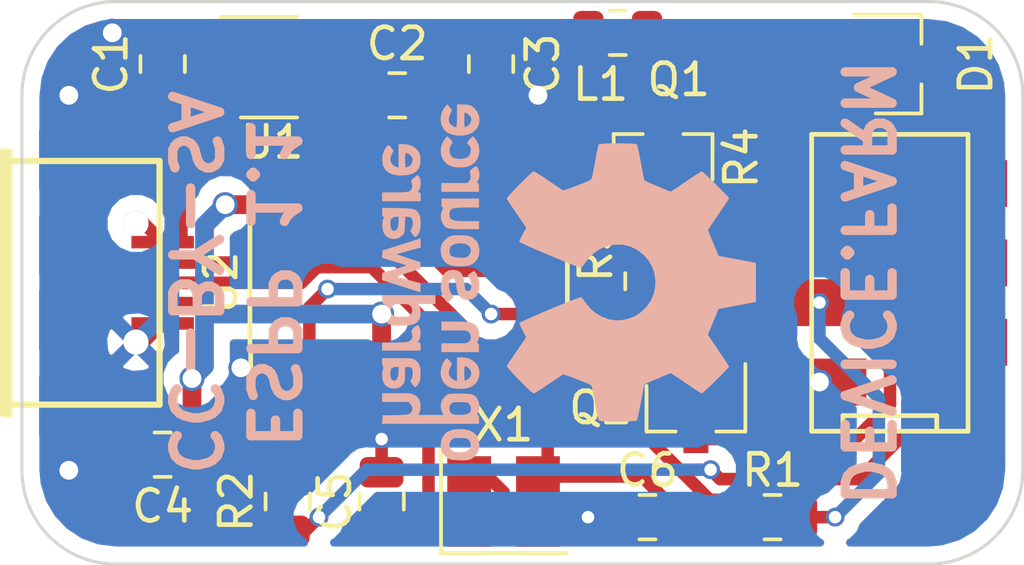
<source format=kicad_pcb>
(kicad_pcb (version 20171130) (host pcbnew 5.0.2-bee76a0~70~ubuntu16.04.1)

  (general
    (thickness 1.6)
    (drawings 14)
    (tracks 167)
    (zones 0)
    (modules 20)
    (nets 28)
  )

  (page A4)
  (layers
    (0 F.Cu signal)
    (31 B.Cu signal)
    (32 B.Adhes user)
    (33 F.Adhes user)
    (34 B.Paste user)
    (35 F.Paste user)
    (36 B.SilkS user)
    (37 F.SilkS user)
    (38 B.Mask user)
    (39 F.Mask user)
    (40 Dwgs.User user hide)
    (41 Cmts.User user)
    (42 Eco1.User user)
    (43 Eco2.User user)
    (44 Edge.Cuts user)
    (45 Margin user)
    (46 B.CrtYd user hide)
    (47 F.CrtYd user hide)
    (48 B.Fab user hide)
    (49 F.Fab user hide)
  )

  (setup
    (last_trace_width 0.4)
    (user_trace_width 0.6)
    (user_trace_width 3)
    (trace_clearance 0.2)
    (zone_clearance 0.508)
    (zone_45_only yes)
    (trace_min 0.2)
    (segment_width 0.1)
    (edge_width 0.1)
    (via_size 0.6)
    (via_drill 0.4)
    (via_min_size 0.4)
    (via_min_drill 0.3)
    (user_via 0.9 0.6)
    (user_via 3 1)
    (user_via 4 2.2)
    (uvia_size 0.3)
    (uvia_drill 0.1)
    (uvias_allowed no)
    (uvia_min_size 0.2)
    (uvia_min_drill 0.1)
    (pcb_text_width 0.3)
    (pcb_text_size 1.5 1.5)
    (mod_edge_width 0.15)
    (mod_text_size 1 1)
    (mod_text_width 0.15)
    (pad_size 1.5 1.5)
    (pad_drill 0.6)
    (pad_to_mask_clearance 0)
    (solder_mask_min_width 0.25)
    (aux_axis_origin 0 0)
    (visible_elements FFFEEF7F)
    (pcbplotparams
      (layerselection 0x010f0_80000001)
      (usegerberextensions false)
      (usegerberattributes false)
      (usegerberadvancedattributes false)
      (creategerberjobfile false)
      (excludeedgelayer true)
      (linewidth 0.100000)
      (plotframeref false)
      (viasonmask false)
      (mode 1)
      (useauxorigin false)
      (hpglpennumber 1)
      (hpglpenspeed 20)
      (hpglpendiameter 15.000000)
      (psnegative false)
      (psa4output false)
      (plotreference true)
      (plotvalue true)
      (plotinvisibletext false)
      (padsonsilk false)
      (subtractmaskfromsilk false)
      (outputformat 1)
      (mirror false)
      (drillshape 0)
      (scaleselection 1)
      (outputdirectory "gerber/"))
  )

  (net 0 "")
  (net 1 GND)
  (net 2 "Net-(C2-Pad1)")
  (net 3 "Net-(C3-Pad1)")
  (net 4 VCC)
  (net 5 "Net-(C5-Pad1)")
  (net 6 "Net-(C6-Pad1)")
  (net 7 "Net-(Q2-Pad1)")
  (net 8 /D-)
  (net 9 /D+)
  (net 10 "Net-(Q1-Pad1)")
  (net 11 /RTS)
  (net 12 /RESET)
  (net 13 /DTR)
  (net 14 /GPIO0)
  (net 15 /RX)
  (net 16 "Net-(R1-Pad2)")
  (net 17 /TX)
  (net 18 "Net-(R2-Pad2)")
  (net 19 "Net-(D1-Pad3)")
  (net 20 /5V-USB)
  (net 21 "Net-(D1-Pad2)")
  (net 22 "Net-(P1-Pad4)")
  (net 23 "Net-(U2-Pad12)")
  (net 24 "Net-(U2-Pad11)")
  (net 25 "Net-(U2-Pad10)")
  (net 26 "Net-(U2-Pad9)")
  (net 27 "Net-(U2-Pad15)")

  (net_class Default "This is the default net class."
    (clearance 0.2)
    (trace_width 0.4)
    (via_dia 0.6)
    (via_drill 0.4)
    (uvia_dia 0.3)
    (uvia_drill 0.1)
    (add_net /D+)
    (add_net /D-)
    (add_net /DTR)
    (add_net /GPIO0)
    (add_net /RESET)
    (add_net /RTS)
    (add_net /RX)
    (add_net /TX)
    (add_net "Net-(C2-Pad1)")
    (add_net "Net-(C3-Pad1)")
    (add_net "Net-(C5-Pad1)")
    (add_net "Net-(C6-Pad1)")
    (add_net "Net-(D1-Pad2)")
    (add_net "Net-(D1-Pad3)")
    (add_net "Net-(P1-Pad4)")
    (add_net "Net-(Q1-Pad1)")
    (add_net "Net-(Q2-Pad1)")
    (add_net "Net-(R1-Pad2)")
    (add_net "Net-(R2-Pad2)")
    (add_net "Net-(U2-Pad10)")
    (add_net "Net-(U2-Pad11)")
    (add_net "Net-(U2-Pad12)")
    (add_net "Net-(U2-Pad15)")
    (add_net "Net-(U2-Pad9)")
  )

  (net_class PWR ""
    (clearance 0.2)
    (trace_width 0.6)
    (via_dia 0.8)
    (via_drill 0.6)
    (uvia_dia 0.3)
    (uvia_drill 0.1)
    (add_net /5V-USB)
    (add_net GND)
    (add_net VCC)
  )

  (module device.farm:conn_usb_B_micro_smd-2 (layer F.Cu) (tedit 5CEE6BCF) (tstamp 5CFB480D)
    (at 136.5 112 270)
    (descr "USB B micro SMD connector with retention pins")
    (path /5777B24C)
    (fp_text reference P1 (at 0 2.60096 270) (layer F.SilkS) hide
      (effects (font (size 0.50038 0.50038) (thickness 0.09906)))
    )
    (fp_text value USB_OTG (at 2.54 -3.81 270) (layer F.SilkS) hide
      (effects (font (size 0.50038 0.50038) (thickness 0.09906)))
    )
    (fp_line (start -4.20116 1.99898) (end 4.20116 1.99898) (layer F.SilkS) (width 0.20066))
    (fp_line (start -4.20116 2.10058) (end 4.20116 2.10058) (layer F.SilkS) (width 0.20066))
    (fp_line (start 4.20116 2.10058) (end 4.20116 1.89992) (layer F.SilkS) (width 0.20066))
    (fp_line (start 4.20116 1.89992) (end -4.20116 1.89992) (layer F.SilkS) (width 0.20066))
    (fp_line (start -4.20116 1.89992) (end -4.20116 2.10058) (layer F.SilkS) (width 0.20066))
    (fp_line (start -3.8989 2.10058) (end -3.8989 -2.90068) (layer F.SilkS) (width 0.20066))
    (fp_line (start -3.8989 -2.90068) (end 3.8989 -2.90068) (layer F.SilkS) (width 0.20066))
    (fp_line (start 3.8989 -2.90068) (end 3.8989 2.10058) (layer F.SilkS) (width 0.20066))
    (pad 6 smd rect (at -1.19888 0 270) (size 1.89738 1.89738) (layers F.Cu F.Paste F.Mask)
      (net 1 GND))
    (pad 6 smd rect (at 1.19888 0 270) (size 1.89738 1.89738) (layers F.Cu F.Paste F.Mask)
      (net 1 GND))
    (pad 6 smd rect (at 3.9497 0 270) (size 1.89738 1.89738) (layers F.Cu F.Paste F.Mask)
      (net 1 GND))
    (pad 6 smd rect (at -3.9497 0 270) (size 1.89738 1.89738) (layers F.Cu F.Paste F.Mask)
      (net 1 GND))
    (pad 1 smd rect (at -1.30048 -3 270) (size 0.39878 2) (layers F.Cu F.Paste F.Mask)
      (net 20 /5V-USB))
    (pad 2 smd rect (at -0.6477 -3 270) (size 0.39878 2) (layers F.Cu F.Paste F.Mask)
      (net 8 /D-))
    (pad 3 smd rect (at 0 -3 270) (size 0.39878 2) (layers F.Cu F.Paste F.Mask)
      (net 9 /D+))
    (pad 4 smd rect (at 0.6477 -3 270) (size 0.39878 2) (layers F.Cu F.Paste F.Mask)
      (net 22 "Net-(P1-Pad4)"))
    (pad 5 smd rect (at 1.30048 -3 270) (size 0.39878 2) (layers F.Cu F.Paste F.Mask)
      (net 1 GND))
    (pad 5 thru_hole circle (at 1.89738 -2.1463 270) (size 0.79756 0.79756) (drill 0.79756) (layers *.Cu *.Mask F.SilkS)
      (net 1 GND))
    (pad 1 thru_hole circle (at -1.89992 -2.14884 270) (size 0.79756 0.79756) (drill 0.79756) (layers *.Cu *.Mask F.SilkS)
      (net 20 /5V-USB))
    (model ${DF}/conn_usb_B_micro_smd-2.wrl
      (at (xyz 0 0 0))
      (scale (xyz 1 1 1))
      (rotate (xyz 0 0 0))
    )
  )

  (module device.farm:Micro-Match-FOB-6 (layer F.Cu) (tedit 5A9B3A80) (tstamp 5A99F76D)
    (at 162.75 112 90)
    (path /5A9A0D0B)
    (fp_text reference X2 (at 0 5 90) (layer F.SilkS) hide
      (effects (font (size 1 1) (thickness 0.15)))
    )
    (fp_text value ESP-PROG (at 0 -5 90) (layer F.Fab)
      (effects (font (size 1 1) (thickness 0.15)))
    )
    (fp_line (start -4.75 -2.5) (end 4.75 -2.5) (layer F.SilkS) (width 0.15))
    (fp_line (start -4.75 2.5) (end 4.75 2.5) (layer F.SilkS) (width 0.15))
    (fp_line (start -4.75 -2.5) (end -4.75 2.5) (layer F.SilkS) (width 0.15))
    (fp_line (start 4.75 -2.5) (end 4.75 2.5) (layer F.SilkS) (width 0.15))
    (fp_line (start -4.75 -1.5) (end -4.25 -1.5) (layer F.SilkS) (width 0.15))
    (fp_line (start -4.25 -1.5) (end -4.25 1.5) (layer F.SilkS) (width 0.15))
    (fp_line (start -4.75 1.5) (end -4.25 1.5) (layer F.SilkS) (width 0.15))
    (pad 1 smd rect (at -3.175 -2.25 90) (size 1.5 3) (layers F.Cu F.Paste F.Mask)
      (net 1 GND))
    (pad 2 smd rect (at -1.905 2.25 90) (size 1.5 3) (layers F.Cu F.Paste F.Mask)
      (net 17 /TX))
    (pad 3 smd rect (at -0.635 -2.25 90) (size 1.5 3) (layers F.Cu F.Paste F.Mask)
      (net 15 /RX))
    (pad 4 smd rect (at 0.635 2.25 90) (size 1.5 3) (layers F.Cu F.Paste F.Mask)
      (net 14 /GPIO0))
    (pad 5 smd rect (at 1.905 -2.25 90) (size 1.5 3) (layers F.Cu F.Paste F.Mask)
      (net 12 /RESET))
    (pad 6 smd rect (at 3.175 2.25 90) (size 1.5 3) (layers F.Cu F.Paste F.Mask)
      (net 19 "Net-(D1-Pad3)"))
    (model ${DF}/Micro-Match-FOB-6.wrl
      (at (xyz 0 0 0))
      (scale (xyz 0.393701 0.393701 0.393701))
      (rotate (xyz 0 0 0))
    )
  )

  (module Symbols:OSHW-Logo_11.4x12mm_SilkScreen (layer B.Cu) (tedit 0) (tstamp 5A9B3C94)
    (at 152.5 112 90)
    (descr "Open Source Hardware Logo")
    (tags "Logo OSHW")
    (attr virtual)
    (fp_text reference REF*** (at 0 0 90) (layer B.SilkS) hide
      (effects (font (size 1 1) (thickness 0.15)) (justify mirror))
    )
    (fp_text value OSHW-Logo_11.4x12mm_SilkScreen (at 0.75 0 90) (layer B.Fab) hide
      (effects (font (size 1 1) (thickness 0.15)) (justify mirror))
    )
    (fp_poly (pts (xy -3.780091 -2.90956) (xy -3.727588 -2.935499) (xy -3.662842 -2.9807) (xy -3.615653 -3.029991)
      (xy -3.583335 -3.091885) (xy -3.563203 -3.174896) (xy -3.55257 -3.287538) (xy -3.548753 -3.438324)
      (xy -3.54853 -3.503149) (xy -3.549182 -3.645221) (xy -3.551888 -3.746757) (xy -3.557776 -3.817015)
      (xy -3.567973 -3.865256) (xy -3.583606 -3.900738) (xy -3.599872 -3.924943) (xy -3.703705 -4.027929)
      (xy -3.825979 -4.089874) (xy -3.957886 -4.108506) (xy -4.090616 -4.081549) (xy -4.132667 -4.062486)
      (xy -4.233334 -4.010015) (xy -4.233334 -4.832259) (xy -4.159865 -4.794267) (xy -4.063059 -4.764872)
      (xy -3.944072 -4.757342) (xy -3.825255 -4.771245) (xy -3.735527 -4.802476) (xy -3.661101 -4.861954)
      (xy -3.59751 -4.947066) (xy -3.592729 -4.955805) (xy -3.572563 -4.996966) (xy -3.557835 -5.038454)
      (xy -3.547697 -5.088713) (xy -3.541301 -5.156184) (xy -3.537799 -5.249309) (xy -3.536342 -5.376531)
      (xy -3.536079 -5.519701) (xy -3.536079 -5.976471) (xy -3.81 -5.976471) (xy -3.81 -5.134231)
      (xy -3.886617 -5.069763) (xy -3.966207 -5.018194) (xy -4.041578 -5.008818) (xy -4.117367 -5.032947)
      (xy -4.157759 -5.056574) (xy -4.187821 -5.090227) (xy -4.209203 -5.141087) (xy -4.22355 -5.216334)
      (xy -4.23251 -5.323146) (xy -4.23773 -5.468704) (xy -4.239569 -5.565588) (xy -4.245785 -5.96402)
      (xy -4.37652 -5.971547) (xy -4.507255 -5.979073) (xy -4.507255 -3.506582) (xy -4.233334 -3.506582)
      (xy -4.22635 -3.644423) (xy -4.202818 -3.740107) (xy -4.158865 -3.799641) (xy -4.090618 -3.829029)
      (xy -4.021667 -3.834902) (xy -3.943614 -3.828154) (xy -3.891811 -3.801594) (xy -3.859417 -3.766499)
      (xy -3.833916 -3.728752) (xy -3.818735 -3.6867) (xy -3.811981 -3.627779) (xy -3.811759 -3.539428)
      (xy -3.814032 -3.465448) (xy -3.819251 -3.354) (xy -3.827021 -3.280833) (xy -3.840105 -3.234422)
      (xy -3.861268 -3.203244) (xy -3.88124 -3.185223) (xy -3.964686 -3.145925) (xy -4.063449 -3.139579)
      (xy -4.120159 -3.153116) (xy -4.176308 -3.201233) (xy -4.213501 -3.294833) (xy -4.231528 -3.433254)
      (xy -4.233334 -3.506582) (xy -4.507255 -3.506582) (xy -4.507255 -2.888628) (xy -4.370295 -2.888628)
      (xy -4.288065 -2.891879) (xy -4.24564 -2.903426) (xy -4.233339 -2.925952) (xy -4.233334 -2.92662)
      (xy -4.227626 -2.948681) (xy -4.202453 -2.946176) (xy -4.152402 -2.921935) (xy -4.035781 -2.884851)
      (xy -3.904571 -2.880953) (xy -3.780091 -2.90956)) (layer B.SilkS) (width 0.01))
    (fp_poly (pts (xy -2.74128 -4.765922) (xy -2.62413 -4.79718) (xy -2.534949 -4.853837) (xy -2.472016 -4.928045)
      (xy -2.452452 -4.959716) (xy -2.438008 -4.992891) (xy -2.427911 -5.035329) (xy -2.421385 -5.094788)
      (xy -2.417658 -5.179029) (xy -2.415954 -5.29581) (xy -2.4155 -5.45289) (xy -2.415491 -5.494565)
      (xy -2.415491 -5.976471) (xy -2.53502 -5.976471) (xy -2.611261 -5.971131) (xy -2.667634 -5.957604)
      (xy -2.681758 -5.949262) (xy -2.72037 -5.934864) (xy -2.759808 -5.949262) (xy -2.824738 -5.967237)
      (xy -2.919055 -5.974472) (xy -3.023593 -5.971333) (xy -3.119189 -5.958186) (xy -3.175 -5.941318)
      (xy -3.283002 -5.871986) (xy -3.350497 -5.775772) (xy -3.380841 -5.647844) (xy -3.381123 -5.644559)
      (xy -3.37846 -5.587808) (xy -3.137647 -5.587808) (xy -3.116595 -5.652358) (xy -3.082303 -5.688686)
      (xy -3.013468 -5.716162) (xy -2.92261 -5.727129) (xy -2.829958 -5.721731) (xy -2.755744 -5.70011)
      (xy -2.734951 -5.686239) (xy -2.698619 -5.622143) (xy -2.689412 -5.549278) (xy -2.689412 -5.45353)
      (xy -2.827173 -5.45353) (xy -2.958047 -5.463605) (xy -3.057259 -5.492148) (xy -3.118977 -5.536639)
      (xy -3.137647 -5.587808) (xy -3.37846 -5.587808) (xy -3.374564 -5.50479) (xy -3.328466 -5.394282)
      (xy -3.2418 -5.310712) (xy -3.229821 -5.30311) (xy -3.178345 -5.278357) (xy -3.114632 -5.263368)
      (xy -3.025565 -5.256082) (xy -2.919755 -5.254407) (xy -2.689412 -5.254314) (xy -2.689412 -5.157755)
      (xy -2.699183 -5.082836) (xy -2.724116 -5.032644) (xy -2.727035 -5.029972) (xy -2.782519 -5.008015)
      (xy -2.866273 -4.999505) (xy -2.958833 -5.003687) (xy -3.04073 -5.019809) (xy -3.089327 -5.04399)
      (xy -3.115659 -5.063359) (xy -3.143465 -5.067057) (xy -3.181839 -5.051188) (xy -3.239875 -5.011855)
      (xy -3.326669 -4.945164) (xy -3.334635 -4.938916) (xy -3.330553 -4.9158) (xy -3.296499 -4.877352)
      (xy -3.24474 -4.834627) (xy -3.187545 -4.798679) (xy -3.169575 -4.790191) (xy -3.104028 -4.773252)
      (xy -3.00798 -4.76117) (xy -2.900671 -4.756323) (xy -2.895653 -4.756313) (xy -2.74128 -4.765922)) (layer B.SilkS) (width 0.01))
    (fp_poly (pts (xy -1.967236 -4.758921) (xy -1.92997 -4.770091) (xy -1.917957 -4.794633) (xy -1.917451 -4.805712)
      (xy -1.915296 -4.836572) (xy -1.900449 -4.841417) (xy -1.860343 -4.82026) (xy -1.83652 -4.805806)
      (xy -1.761362 -4.77485) (xy -1.671594 -4.759544) (xy -1.577471 -4.758367) (xy -1.489246 -4.769799)
      (xy -1.417174 -4.79232) (xy -1.371508 -4.824409) (xy -1.362502 -4.864545) (xy -1.367047 -4.875415)
      (xy -1.400179 -4.920534) (xy -1.451555 -4.976026) (xy -1.460848 -4.984996) (xy -1.509818 -5.026245)
      (xy -1.552069 -5.039572) (xy -1.611159 -5.030271) (xy -1.634831 -5.02409) (xy -1.708496 -5.009246)
      (xy -1.76029 -5.015921) (xy -1.804031 -5.039465) (xy -1.844098 -5.071061) (xy -1.873608 -5.110798)
      (xy -1.894116 -5.166252) (xy -1.907176 -5.245003) (xy -1.914344 -5.354629) (xy -1.917176 -5.502706)
      (xy -1.917451 -5.592111) (xy -1.917451 -5.976471) (xy -2.166471 -5.976471) (xy -2.166471 -4.756275)
      (xy -2.041961 -4.756275) (xy -1.967236 -4.758921)) (layer B.SilkS) (width 0.01))
    (fp_poly (pts (xy -0.398432 -5.976471) (xy -0.535393 -5.976471) (xy -0.614889 -5.97414) (xy -0.656292 -5.964488)
      (xy -0.671199 -5.943525) (xy -0.672353 -5.929351) (xy -0.674867 -5.900927) (xy -0.69072 -5.895475)
      (xy -0.732379 -5.912998) (xy -0.764776 -5.929351) (xy -0.889151 -5.968103) (xy -1.024354 -5.970346)
      (xy -1.134274 -5.941444) (xy -1.236634 -5.871619) (xy -1.31466 -5.768555) (xy -1.357386 -5.646989)
      (xy -1.358474 -5.640192) (xy -1.364822 -5.566032) (xy -1.367979 -5.45957) (xy -1.367725 -5.379052)
      (xy -1.095711 -5.379052) (xy -1.08941 -5.48607) (xy -1.075075 -5.574278) (xy -1.055669 -5.62409)
      (xy -0.982254 -5.692162) (xy -0.895086 -5.716564) (xy -0.805196 -5.696831) (xy -0.728383 -5.637968)
      (xy -0.699292 -5.598379) (xy -0.682283 -5.551138) (xy -0.674316 -5.482181) (xy -0.672353 -5.378607)
      (xy -0.675866 -5.276039) (xy -0.685143 -5.185921) (xy -0.698294 -5.125613) (xy -0.700486 -5.120208)
      (xy -0.753522 -5.05594) (xy -0.830933 -5.020656) (xy -0.917546 -5.014959) (xy -0.998193 -5.039453)
      (xy -1.057703 -5.094742) (xy -1.063876 -5.105743) (xy -1.083199 -5.172827) (xy -1.093726 -5.269284)
      (xy -1.095711 -5.379052) (xy -1.367725 -5.379052) (xy -1.367596 -5.338225) (xy -1.365806 -5.272918)
      (xy -1.353627 -5.111355) (xy -1.328315 -4.990053) (xy -1.286207 -4.900379) (xy -1.223641 -4.833699)
      (xy -1.1629 -4.794557) (xy -1.078036 -4.76704) (xy -0.972485 -4.757603) (xy -0.864402 -4.76529)
      (xy -0.771942 -4.789146) (xy -0.72309 -4.817685) (xy -0.672353 -4.863601) (xy -0.672353 -4.283137)
      (xy -0.398432 -4.283137) (xy -0.398432 -5.976471)) (layer B.SilkS) (width 0.01))
    (fp_poly (pts (xy 0.557528 -4.761332) (xy 0.656014 -4.768726) (xy 0.784776 -5.154706) (xy 0.913537 -5.540686)
      (xy 0.953911 -5.403726) (xy 0.978207 -5.319083) (xy 1.010167 -5.204697) (xy 1.044679 -5.078963)
      (xy 1.062928 -5.01152) (xy 1.131571 -4.756275) (xy 1.414773 -4.756275) (xy 1.330122 -5.023971)
      (xy 1.288435 -5.155638) (xy 1.238074 -5.314458) (xy 1.185481 -5.480128) (xy 1.13853 -5.627843)
      (xy 1.031589 -5.96402) (xy 0.800661 -5.979044) (xy 0.73805 -5.772316) (xy 0.699438 -5.643896)
      (xy 0.6573 -5.502322) (xy 0.620472 -5.377285) (xy 0.619018 -5.372309) (xy 0.591511 -5.287586)
      (xy 0.567242 -5.229778) (xy 0.550243 -5.207918) (xy 0.54675 -5.210446) (xy 0.53449 -5.244336)
      (xy 0.511195 -5.31693) (xy 0.4797 -5.419101) (xy 0.442842 -5.54172) (xy 0.422899 -5.609167)
      (xy 0.314895 -5.976471) (xy 0.085679 -5.976471) (xy -0.097561 -5.3975) (xy -0.149037 -5.235091)
      (xy -0.19593 -5.087602) (xy -0.236023 -4.96196) (xy -0.267103 -4.865095) (xy -0.286955 -4.803934)
      (xy -0.292989 -4.786065) (xy -0.288212 -4.767768) (xy -0.250703 -4.759755) (xy -0.172645 -4.760557)
      (xy -0.160426 -4.761163) (xy -0.015674 -4.768726) (xy 0.07913 -5.117353) (xy 0.113977 -5.244497)
      (xy 0.145117 -5.356265) (xy 0.169809 -5.442953) (xy 0.185312 -5.494856) (xy 0.188176 -5.503318)
      (xy 0.200046 -5.493587) (xy 0.223983 -5.443172) (xy 0.257239 -5.358935) (xy 0.297064 -5.247741)
      (xy 0.33073 -5.147297) (xy 0.459041 -4.753939) (xy 0.557528 -4.761332)) (layer B.SilkS) (width 0.01))
    (fp_poly (pts (xy 2.056459 -4.763669) (xy 2.16142 -4.789163) (xy 2.191761 -4.802669) (xy 2.250573 -4.838046)
      (xy 2.295709 -4.87789) (xy 2.329106 -4.92912) (xy 2.352701 -4.998654) (xy 2.368433 -5.093409)
      (xy 2.378239 -5.220305) (xy 2.384057 -5.386258) (xy 2.386266 -5.497108) (xy 2.394396 -5.976471)
      (xy 2.255531 -5.976471) (xy 2.171287 -5.972938) (xy 2.127884 -5.960866) (xy 2.116666 -5.940594)
      (xy 2.110744 -5.918674) (xy 2.084266 -5.922865) (xy 2.048186 -5.940441) (xy 1.957862 -5.967382)
      (xy 1.841777 -5.974642) (xy 1.71968 -5.962767) (xy 1.611321 -5.932305) (xy 1.601602 -5.928077)
      (xy 1.502568 -5.858505) (xy 1.437281 -5.761789) (xy 1.40724 -5.648738) (xy 1.409535 -5.608122)
      (xy 1.654633 -5.608122) (xy 1.676229 -5.662782) (xy 1.740259 -5.701952) (xy 1.843565 -5.722974)
      (xy 1.898774 -5.725766) (xy 1.990782 -5.71862) (xy 2.051941 -5.690848) (xy 2.066862 -5.677647)
      (xy 2.107287 -5.605829) (xy 2.116666 -5.540686) (xy 2.116666 -5.45353) (xy 1.995269 -5.45353)
      (xy 1.854153 -5.460722) (xy 1.755173 -5.483345) (xy 1.692633 -5.522964) (xy 1.678631 -5.540628)
      (xy 1.654633 -5.608122) (xy 1.409535 -5.608122) (xy 1.413941 -5.530157) (xy 1.45888 -5.416855)
      (xy 1.520196 -5.340285) (xy 1.557332 -5.307181) (xy 1.593687 -5.285425) (xy 1.64099 -5.272161)
      (xy 1.710973 -5.264528) (xy 1.815364 -5.25967) (xy 1.85677 -5.258273) (xy 2.116666 -5.24978)
      (xy 2.116285 -5.171116) (xy 2.106219 -5.088428) (xy 2.069829 -5.038431) (xy 1.996311 -5.006489)
      (xy 1.994339 -5.00592) (xy 1.890105 -4.993361) (xy 1.788108 -5.009766) (xy 1.712305 -5.049657)
      (xy 1.68189 -5.069354) (xy 1.649132 -5.066629) (xy 1.598721 -5.038091) (xy 1.569119 -5.01795)
      (xy 1.511218 -4.974919) (xy 1.475352 -4.942662) (xy 1.469597 -4.933427) (xy 1.493295 -4.885636)
      (xy 1.563313 -4.828562) (xy 1.593725 -4.809305) (xy 1.681155 -4.77614) (xy 1.798983 -4.75735)
      (xy 1.929866 -4.753129) (xy 2.056459 -4.763669)) (layer B.SilkS) (width 0.01))
    (fp_poly (pts (xy 3.238446 -4.755883) (xy 3.334177 -4.774755) (xy 3.388677 -4.802699) (xy 3.446008 -4.849123)
      (xy 3.364441 -4.952111) (xy 3.31415 -5.014479) (xy 3.280001 -5.044907) (xy 3.246063 -5.049555)
      (xy 3.196406 -5.034586) (xy 3.173096 -5.026117) (xy 3.078063 -5.013622) (xy 2.991032 -5.040406)
      (xy 2.927138 -5.100915) (xy 2.916759 -5.120208) (xy 2.905456 -5.171314) (xy 2.896732 -5.2655)
      (xy 2.890997 -5.396089) (xy 2.88866 -5.556405) (xy 2.888627 -5.579211) (xy 2.888627 -5.976471)
      (xy 2.614705 -5.976471) (xy 2.614705 -4.756275) (xy 2.751666 -4.756275) (xy 2.830638 -4.758337)
      (xy 2.871779 -4.767513) (xy 2.886992 -4.78829) (xy 2.888627 -4.807886) (xy 2.888627 -4.859497)
      (xy 2.95424 -4.807886) (xy 3.029475 -4.772675) (xy 3.130544 -4.755265) (xy 3.238446 -4.755883)) (layer B.SilkS) (width 0.01))
    (fp_poly (pts (xy 4.025307 -4.762784) (xy 4.144337 -4.793731) (xy 4.244021 -4.8576) (xy 4.292288 -4.905313)
      (xy 4.371408 -5.018106) (xy 4.416752 -5.14895) (xy 4.43233 -5.309792) (xy 4.43241 -5.322794)
      (xy 4.432549 -5.45353) (xy 3.680091 -5.45353) (xy 3.69613 -5.52201) (xy 3.725091 -5.584031)
      (xy 3.775778 -5.648654) (xy 3.786379 -5.658971) (xy 3.877494 -5.714805) (xy 3.9814 -5.724275)
      (xy 4.101 -5.68754) (xy 4.121274 -5.677647) (xy 4.183456 -5.647574) (xy 4.225106 -5.63044)
      (xy 4.232373 -5.628855) (xy 4.25774 -5.644242) (xy 4.30612 -5.681887) (xy 4.330679 -5.702459)
      (xy 4.38157 -5.749714) (xy 4.398281 -5.780917) (xy 4.386683 -5.80962) (xy 4.380483 -5.817468)
      (xy 4.338493 -5.851819) (xy 4.269206 -5.893565) (xy 4.220882 -5.917935) (xy 4.083711 -5.960873)
      (xy 3.931847 -5.974786) (xy 3.788024 -5.9583) (xy 3.747745 -5.946496) (xy 3.623078 -5.879689)
      (xy 3.530671 -5.776892) (xy 3.46999 -5.637105) (xy 3.440498 -5.45933) (xy 3.43726 -5.366373)
      (xy 3.446714 -5.231033) (xy 3.68549 -5.231033) (xy 3.708584 -5.241038) (xy 3.770662 -5.248888)
      (xy 3.860914 -5.253521) (xy 3.922058 -5.254314) (xy 4.03204 -5.253549) (xy 4.101457 -5.24997)
      (xy 4.139538 -5.241649) (xy 4.155515 -5.226657) (xy 4.158627 -5.204903) (xy 4.137278 -5.137892)
      (xy 4.083529 -5.071664) (xy 4.012822 -5.020832) (xy 3.942089 -5.000038) (xy 3.846016 -5.018484)
      (xy 3.762849 -5.071811) (xy 3.705186 -5.148677) (xy 3.68549 -5.231033) (xy 3.446714 -5.231033)
      (xy 3.451028 -5.169291) (xy 3.49352 -5.012271) (xy 3.565635 -4.894069) (xy 3.668273 -4.81344)
      (xy 3.802332 -4.769139) (xy 3.874957 -4.760607) (xy 4.025307 -4.762784)) (layer B.SilkS) (width 0.01))
    (fp_poly (pts (xy -5.026753 -2.901568) (xy -4.896478 -2.959163) (xy -4.797581 -3.055334) (xy -4.729918 -3.190229)
      (xy -4.693345 -3.363996) (xy -4.690724 -3.391126) (xy -4.68867 -3.582408) (xy -4.715301 -3.750073)
      (xy -4.768999 -3.885967) (xy -4.797753 -3.929681) (xy -4.897909 -4.022198) (xy -5.025463 -4.082119)
      (xy -5.168163 -4.106985) (xy -5.31376 -4.094339) (xy -5.424438 -4.055391) (xy -5.519616 -3.989755)
      (xy -5.597406 -3.903699) (xy -5.598751 -3.901685) (xy -5.630343 -3.84857) (xy -5.650873 -3.79516)
      (xy -5.663305 -3.727754) (xy -5.670603 -3.632653) (xy -5.673818 -3.554666) (xy -5.675156 -3.483944)
      (xy -5.426186 -3.483944) (xy -5.423753 -3.554348) (xy -5.41492 -3.648068) (xy -5.399336 -3.708214)
      (xy -5.371234 -3.751006) (xy -5.344914 -3.776002) (xy -5.251608 -3.828338) (xy -5.15398 -3.835333)
      (xy -5.063058 -3.797676) (xy -5.017598 -3.755479) (xy -4.984838 -3.712956) (xy -4.965677 -3.672267)
      (xy -4.957267 -3.619314) (xy -4.956763 -3.539997) (xy -4.959355 -3.46695) (xy -4.964929 -3.362601)
      (xy -4.973766 -3.29492) (xy -4.989693 -3.250774) (xy -5.016538 -3.217031) (xy -5.037811 -3.197746)
      (xy -5.126794 -3.147086) (xy -5.222789 -3.14456) (xy -5.303281 -3.174567) (xy -5.371947 -3.237231)
      (xy -5.412856 -3.340168) (xy -5.426186 -3.483944) (xy -5.675156 -3.483944) (xy -5.676754 -3.399582)
      (xy -5.67174 -3.2836) (xy -5.656717 -3.196367) (xy -5.629624 -3.12753) (xy -5.5884 -3.066737)
      (xy -5.573115 -3.048686) (xy -5.477546 -2.958746) (xy -5.375039 -2.906211) (xy -5.249679 -2.884201)
      (xy -5.18855 -2.882402) (xy -5.026753 -2.901568)) (layer B.SilkS) (width 0.01))
    (fp_poly (pts (xy -2.686796 -2.916354) (xy -2.661981 -2.928037) (xy -2.576094 -2.990951) (xy -2.494879 -3.082769)
      (xy -2.434236 -3.183868) (xy -2.416988 -3.230349) (xy -2.401251 -3.313376) (xy -2.391867 -3.413713)
      (xy -2.390728 -3.455147) (xy -2.390589 -3.585882) (xy -3.143047 -3.585882) (xy -3.127007 -3.654363)
      (xy -3.087637 -3.735355) (xy -3.018806 -3.805351) (xy -2.936919 -3.850441) (xy -2.884737 -3.859804)
      (xy -2.813971 -3.848441) (xy -2.72954 -3.819943) (xy -2.700858 -3.806831) (xy -2.594791 -3.753858)
      (xy -2.504272 -3.822901) (xy -2.452039 -3.869597) (xy -2.424247 -3.90814) (xy -2.42284 -3.919452)
      (xy -2.447668 -3.946868) (xy -2.502083 -3.988532) (xy -2.551472 -4.021037) (xy -2.684748 -4.079468)
      (xy -2.834161 -4.105915) (xy -2.982249 -4.099039) (xy -3.100295 -4.063096) (xy -3.221982 -3.986101)
      (xy -3.30846 -3.884728) (xy -3.362559 -3.75357) (xy -3.387109 -3.587224) (xy -3.389286 -3.511108)
      (xy -3.380573 -3.336685) (xy -3.379503 -3.331611) (xy -3.130173 -3.331611) (xy -3.123306 -3.347968)
      (xy -3.095083 -3.356988) (xy -3.036873 -3.360854) (xy -2.940042 -3.361749) (xy -2.902757 -3.361765)
      (xy -2.789317 -3.360413) (xy -2.717378 -3.355505) (xy -2.678687 -3.34576) (xy -2.664995 -3.329899)
      (xy -2.66451 -3.324805) (xy -2.680137 -3.284326) (xy -2.719247 -3.227621) (xy -2.736061 -3.207766)
      (xy -2.798481 -3.151611) (xy -2.863547 -3.129532) (xy -2.898603 -3.127686) (xy -2.993442 -3.150766)
      (xy -3.072973 -3.212759) (xy -3.123423 -3.302802) (xy -3.124317 -3.305735) (xy -3.130173 -3.331611)
      (xy -3.379503 -3.331611) (xy -3.351601 -3.199343) (xy -3.29941 -3.089461) (xy -3.235579 -3.011461)
      (xy -3.117567 -2.926882) (xy -2.978842 -2.881686) (xy -2.83129 -2.8776) (xy -2.686796 -2.916354)) (layer B.SilkS) (width 0.01))
    (fp_poly (pts (xy 0.027759 -2.884345) (xy 0.122059 -2.902229) (xy 0.21989 -2.939633) (xy 0.230343 -2.944402)
      (xy 0.304531 -2.983412) (xy 0.35591 -3.019664) (xy 0.372517 -3.042887) (xy 0.356702 -3.080761)
      (xy 0.318288 -3.136644) (xy 0.301237 -3.157505) (xy 0.230969 -3.239618) (xy 0.140379 -3.186168)
      (xy 0.054164 -3.150561) (xy -0.045451 -3.131529) (xy -0.140981 -3.130326) (xy -0.214939 -3.14821)
      (xy -0.232688 -3.159373) (xy -0.266488 -3.210553) (xy -0.270596 -3.269509) (xy -0.245304 -3.315567)
      (xy -0.230344 -3.324499) (xy -0.185514 -3.335592) (xy -0.106714 -3.34863) (xy -0.009574 -3.361088)
      (xy 0.008346 -3.363042) (xy 0.164365 -3.39003) (xy 0.277523 -3.435873) (xy 0.352569 -3.504803)
      (xy 0.394253 -3.601054) (xy 0.407238 -3.718617) (xy 0.389299 -3.852254) (xy 0.33105 -3.957195)
      (xy 0.232255 -4.03363) (xy 0.092682 -4.081748) (xy -0.062255 -4.100732) (xy -0.188602 -4.100504)
      (xy -0.291087 -4.083262) (xy -0.361079 -4.059457) (xy -0.449517 -4.017978) (xy -0.531246 -3.969842)
      (xy -0.560295 -3.948655) (xy -0.635 -3.887676) (xy -0.544902 -3.796508) (xy -0.454804 -3.705339)
      (xy -0.352368 -3.773128) (xy -0.249626 -3.824042) (xy -0.139913 -3.850673) (xy -0.034449 -3.853483)
      (xy 0.055546 -3.832935) (xy 0.118854 -3.789493) (xy 0.139296 -3.752838) (xy 0.136229 -3.694053)
      (xy 0.085434 -3.649099) (xy -0.012952 -3.618057) (xy -0.120744 -3.60371) (xy -0.286635 -3.576337)
      (xy -0.409876 -3.524693) (xy -0.492114 -3.447266) (xy -0.534999 -3.342544) (xy -0.54094 -3.218387)
      (xy -0.511594 -3.088702) (xy -0.444691 -2.990677) (xy -0.339629 -2.923866) (xy -0.19581 -2.88782)
      (xy -0.089262 -2.880754) (xy 0.027759 -2.884345)) (layer B.SilkS) (width 0.01))
    (fp_poly (pts (xy 1.209547 -2.903364) (xy 1.335502 -2.971959) (xy 1.434047 -3.080245) (xy 1.480478 -3.168315)
      (xy 1.500412 -3.246101) (xy 1.513328 -3.356993) (xy 1.518863 -3.484738) (xy 1.516654 -3.613084)
      (xy 1.506337 -3.725779) (xy 1.494286 -3.785969) (xy 1.453634 -3.868311) (xy 1.38323 -3.95577)
      (xy 1.298382 -4.032251) (xy 1.214397 -4.081655) (xy 1.212349 -4.082439) (xy 1.108134 -4.104027)
      (xy 0.984627 -4.104562) (xy 0.867261 -4.084908) (xy 0.821942 -4.069155) (xy 0.70522 -4.002966)
      (xy 0.621624 -3.916246) (xy 0.566701 -3.801438) (xy 0.535995 -3.650982) (xy 0.529047 -3.572173)
      (xy 0.529933 -3.473145) (xy 0.796862 -3.473145) (xy 0.805854 -3.617645) (xy 0.831736 -3.72776)
      (xy 0.872868 -3.798116) (xy 0.902172 -3.818235) (xy 0.977251 -3.832265) (xy 1.066494 -3.828111)
      (xy 1.14365 -3.807922) (xy 1.163883 -3.796815) (xy 1.217265 -3.732123) (xy 1.2525 -3.633119)
      (xy 1.267498 -3.512632) (xy 1.260172 -3.383494) (xy 1.243799 -3.305775) (xy 1.19679 -3.215771)
      (xy 1.122582 -3.159509) (xy 1.033209 -3.140057) (xy 0.940707 -3.160481) (xy 0.869653 -3.210437)
      (xy 0.832312 -3.251655) (xy 0.810518 -3.292281) (xy 0.80013 -3.347264) (xy 0.797006 -3.431549)
      (xy 0.796862 -3.473145) (xy 0.529933 -3.473145) (xy 0.53093 -3.361874) (xy 0.56518 -3.189423)
      (xy 0.631802 -3.054814) (xy 0.730799 -2.95804) (xy 0.862175 -2.899094) (xy 0.890385 -2.892259)
      (xy 1.059926 -2.876213) (xy 1.209547 -2.903364)) (layer B.SilkS) (width 0.01))
    (fp_poly (pts (xy 1.967254 -3.276245) (xy 1.969608 -3.458879) (xy 1.978207 -3.5976) (xy 1.99536 -3.698147)
      (xy 2.023374 -3.766254) (xy 2.064557 -3.807659) (xy 2.121217 -3.828097) (xy 2.191372 -3.833318)
      (xy 2.264848 -3.827468) (xy 2.320657 -3.806093) (xy 2.361109 -3.763458) (xy 2.388509 -3.693825)
      (xy 2.405167 -3.59146) (xy 2.413389 -3.450624) (xy 2.41549 -3.276245) (xy 2.41549 -2.888628)
      (xy 2.689411 -2.888628) (xy 2.689411 -4.083922) (xy 2.552451 -4.083922) (xy 2.469884 -4.080576)
      (xy 2.427368 -4.068826) (xy 2.41549 -4.04652) (xy 2.408336 -4.026654) (xy 2.379865 -4.030857)
      (xy 2.322476 -4.058971) (xy 2.190945 -4.102342) (xy 2.051438 -4.09927) (xy 1.917765 -4.052174)
      (xy 1.854108 -4.014971) (xy 1.805553 -3.974691) (xy 1.770081 -3.924291) (xy 1.745674 -3.856729)
      (xy 1.730313 -3.764965) (xy 1.721982 -3.641955) (xy 1.718662 -3.480659) (xy 1.718235 -3.355928)
      (xy 1.718235 -2.888628) (xy 1.967254 -2.888628) (xy 1.967254 -3.276245)) (layer B.SilkS) (width 0.01))
    (fp_poly (pts (xy 4.390976 -2.899056) (xy 4.535256 -2.960348) (xy 4.580699 -2.990185) (xy 4.638779 -3.036036)
      (xy 4.675238 -3.072089) (xy 4.681568 -3.083832) (xy 4.663693 -3.109889) (xy 4.61795 -3.154105)
      (xy 4.581328 -3.184965) (xy 4.481088 -3.26552) (xy 4.401935 -3.198918) (xy 4.340769 -3.155921)
      (xy 4.281129 -3.141079) (xy 4.212872 -3.144704) (xy 4.104482 -3.171652) (xy 4.029872 -3.227587)
      (xy 3.98453 -3.318014) (xy 3.963947 -3.448435) (xy 3.963942 -3.448517) (xy 3.965722 -3.59429)
      (xy 3.993387 -3.701245) (xy 4.048571 -3.774064) (xy 4.086192 -3.798723) (xy 4.186105 -3.829431)
      (xy 4.292822 -3.829449) (xy 4.385669 -3.799655) (xy 4.407647 -3.785098) (xy 4.462765 -3.747914)
      (xy 4.505859 -3.74182) (xy 4.552335 -3.769496) (xy 4.603716 -3.819205) (xy 4.685046 -3.903116)
      (xy 4.594749 -3.977546) (xy 4.455236 -4.061549) (xy 4.297912 -4.102947) (xy 4.133503 -4.09995)
      (xy 4.025531 -4.0725) (xy 3.899331 -4.00462) (xy 3.798401 -3.897831) (xy 3.752548 -3.822451)
      (xy 3.71541 -3.714297) (xy 3.696827 -3.577318) (xy 3.696684 -3.428864) (xy 3.714865 -3.286281)
      (xy 3.751255 -3.166918) (xy 3.756987 -3.15468) (xy 3.841865 -3.034655) (xy 3.956782 -2.947267)
      (xy 4.092659 -2.894329) (xy 4.240417 -2.877654) (xy 4.390976 -2.899056)) (layer B.SilkS) (width 0.01))
    (fp_poly (pts (xy 5.303287 -2.884355) (xy 5.367051 -2.899845) (xy 5.4893 -2.956569) (xy 5.593834 -3.043202)
      (xy 5.66618 -3.147074) (xy 5.676119 -3.170396) (xy 5.689754 -3.231484) (xy 5.699298 -3.321853)
      (xy 5.702549 -3.41319) (xy 5.702549 -3.585882) (xy 5.34147 -3.585882) (xy 5.192546 -3.586445)
      (xy 5.087632 -3.589864) (xy 5.020937 -3.598731) (xy 4.986666 -3.615641) (xy 4.979028 -3.643189)
      (xy 4.992229 -3.683968) (xy 5.015877 -3.731683) (xy 5.081843 -3.811314) (xy 5.173512 -3.850987)
      (xy 5.285555 -3.849695) (xy 5.412472 -3.806514) (xy 5.522158 -3.753224) (xy 5.613173 -3.825191)
      (xy 5.704188 -3.897157) (xy 5.618563 -3.976269) (xy 5.50425 -4.051017) (xy 5.363666 -4.096084)
      (xy 5.212449 -4.108696) (xy 5.066236 -4.086079) (xy 5.042647 -4.078405) (xy 4.914141 -4.011296)
      (xy 4.818551 -3.911247) (xy 4.753861 -3.775271) (xy 4.718057 -3.60038) (xy 4.71764 -3.596632)
      (xy 4.714434 -3.406032) (xy 4.727393 -3.338035) (xy 4.980392 -3.338035) (xy 5.003627 -3.348491)
      (xy 5.06671 -3.3565) (xy 5.159706 -3.361073) (xy 5.218638 -3.361765) (xy 5.328537 -3.361332)
      (xy 5.397252 -3.358578) (xy 5.433405 -3.351321) (xy 5.445615 -3.337376) (xy 5.442504 -3.314562)
      (xy 5.439894 -3.305735) (xy 5.395344 -3.2228) (xy 5.325279 -3.15596) (xy 5.263446 -3.126589)
      (xy 5.181301 -3.128362) (xy 5.098062 -3.16499) (xy 5.028238 -3.225634) (xy 4.986337 -3.299456)
      (xy 4.980392 -3.338035) (xy 4.727393 -3.338035) (xy 4.746385 -3.238395) (xy 4.809773 -3.097711)
      (xy 4.900878 -2.987974) (xy 5.015978 -2.913174) (xy 5.151355 -2.877304) (xy 5.303287 -2.884355)) (layer B.SilkS) (width 0.01))
    (fp_poly (pts (xy -1.49324 -2.909199) (xy -1.431264 -2.938802) (xy -1.371241 -2.981561) (xy -1.325514 -3.030775)
      (xy -1.292207 -3.093544) (xy -1.269445 -3.176971) (xy -1.255353 -3.288159) (xy -1.248058 -3.434209)
      (xy -1.245682 -3.622223) (xy -1.245645 -3.641912) (xy -1.245098 -4.083922) (xy -1.51902 -4.083922)
      (xy -1.51902 -3.676435) (xy -1.519215 -3.525471) (xy -1.520564 -3.416056) (xy -1.524212 -3.339933)
      (xy -1.531304 -3.288848) (xy -1.542987 -3.254545) (xy -1.560406 -3.228768) (xy -1.584671 -3.203298)
      (xy -1.669565 -3.148571) (xy -1.762239 -3.138416) (xy -1.850527 -3.173017) (xy -1.88123 -3.19877)
      (xy -1.903771 -3.222982) (xy -1.919954 -3.248912) (xy -1.930832 -3.284708) (xy -1.937458 -3.338519)
      (xy -1.940885 -3.418493) (xy -1.942166 -3.532779) (xy -1.942353 -3.671907) (xy -1.942353 -4.083922)
      (xy -2.216275 -4.083922) (xy -2.216275 -2.888628) (xy -2.079314 -2.888628) (xy -1.997084 -2.891879)
      (xy -1.95466 -2.903426) (xy -1.942359 -2.925952) (xy -1.942353 -2.92662) (xy -1.936646 -2.948681)
      (xy -1.911473 -2.946177) (xy -1.861422 -2.921937) (xy -1.747906 -2.886271) (xy -1.618055 -2.882305)
      (xy -1.49324 -2.909199)) (layer B.SilkS) (width 0.01))
    (fp_poly (pts (xy 3.563637 -2.887472) (xy 3.64929 -2.913641) (xy 3.704437 -2.946707) (xy 3.722401 -2.972855)
      (xy 3.717457 -3.003852) (xy 3.685372 -3.052547) (xy 3.658243 -3.087035) (xy 3.602317 -3.149383)
      (xy 3.560299 -3.175615) (xy 3.52448 -3.173903) (xy 3.418224 -3.146863) (xy 3.340189 -3.148091)
      (xy 3.27682 -3.178735) (xy 3.255546 -3.19667) (xy 3.187451 -3.259779) (xy 3.187451 -4.083922)
      (xy 2.913529 -4.083922) (xy 2.913529 -2.888628) (xy 3.05049 -2.888628) (xy 3.132719 -2.891879)
      (xy 3.175144 -2.903426) (xy 3.187445 -2.925952) (xy 3.187451 -2.92662) (xy 3.19326 -2.950215)
      (xy 3.219531 -2.947138) (xy 3.255931 -2.930115) (xy 3.331111 -2.898439) (xy 3.392158 -2.879381)
      (xy 3.470708 -2.874496) (xy 3.563637 -2.887472)) (layer B.SilkS) (width 0.01))
    (fp_poly (pts (xy 0.746535 5.366828) (xy 0.859117 4.769637) (xy 1.274531 4.59839) (xy 1.689944 4.427143)
      (xy 2.188302 4.766022) (xy 2.327868 4.860378) (xy 2.454028 4.944625) (xy 2.560895 5.014917)
      (xy 2.642582 5.067408) (xy 2.693201 5.098251) (xy 2.706986 5.104902) (xy 2.73182 5.087797)
      (xy 2.784888 5.040511) (xy 2.86024 4.969083) (xy 2.951929 4.879555) (xy 3.054007 4.777966)
      (xy 3.160526 4.670357) (xy 3.265536 4.562768) (xy 3.363091 4.46124) (xy 3.447242 4.371814)
      (xy 3.51204 4.300529) (xy 3.551538 4.253427) (xy 3.56098 4.237663) (xy 3.547391 4.208602)
      (xy 3.509293 4.144934) (xy 3.450694 4.052888) (xy 3.375597 3.938691) (xy 3.288009 3.808571)
      (xy 3.237254 3.734354) (xy 3.144745 3.598833) (xy 3.06254 3.476539) (xy 2.99463 3.37356)
      (xy 2.945 3.295982) (xy 2.91764 3.249894) (xy 2.913529 3.240208) (xy 2.922849 3.212681)
      (xy 2.948254 3.148527) (xy 2.985911 3.056765) (xy 3.031986 2.946416) (xy 3.082646 2.8265)
      (xy 3.134059 2.706036) (xy 3.182389 2.594046) (xy 3.223806 2.499548) (xy 3.254474 2.431563)
      (xy 3.270562 2.399112) (xy 3.271511 2.397835) (xy 3.296772 2.391638) (xy 3.364046 2.377815)
      (xy 3.46636 2.357723) (xy 3.596741 2.332721) (xy 3.748216 2.304169) (xy 3.836594 2.287704)
      (xy 3.998452 2.256886) (xy 4.144649 2.227561) (xy 4.267787 2.201334) (xy 4.360469 2.179809)
      (xy 4.415301 2.16459) (xy 4.426323 2.159762) (xy 4.437119 2.127081) (xy 4.445829 2.05327)
      (xy 4.45246 1.946963) (xy 4.457018 1.816788) (xy 4.459509 1.671379) (xy 4.459938 1.519365)
      (xy 4.458311 1.369378) (xy 4.454635 1.230049) (xy 4.448915 1.11001) (xy 4.441158 1.01789)
      (xy 4.431368 0.962323) (xy 4.425496 0.950755) (xy 4.390399 0.93689) (xy 4.316028 0.917067)
      (xy 4.212223 0.893616) (xy 4.088819 0.868864) (xy 4.045741 0.860857) (xy 3.838047 0.822814)
      (xy 3.673984 0.792176) (xy 3.54813 0.767726) (xy 3.455065 0.748246) (xy 3.389367 0.732519)
      (xy 3.345617 0.719327) (xy 3.318392 0.707451) (xy 3.302272 0.695675) (xy 3.300017 0.693347)
      (xy 3.277503 0.655855) (xy 3.243158 0.58289) (xy 3.200411 0.483388) (xy 3.152692 0.366282)
      (xy 3.10343 0.240507) (xy 3.056055 0.114998) (xy 3.013995 -0.00131) (xy 2.98068 -0.099484)
      (xy 2.959541 -0.170588) (xy 2.954005 -0.205687) (xy 2.954466 -0.206917) (xy 2.973223 -0.235606)
      (xy 3.015776 -0.29873) (xy 3.077653 -0.389718) (xy 3.154382 -0.502) (xy 3.241491 -0.629005)
      (xy 3.266299 -0.665098) (xy 3.354753 -0.795948) (xy 3.432588 -0.915336) (xy 3.495566 -1.016407)
      (xy 3.539445 -1.092304) (xy 3.559985 -1.136172) (xy 3.56098 -1.141562) (xy 3.543722 -1.169889)
      (xy 3.496036 -1.226006) (xy 3.42405 -1.303882) (xy 3.333897 -1.397485) (xy 3.231705 -1.500786)
      (xy 3.123606 -1.607751) (xy 3.015728 -1.712351) (xy 2.914204 -1.808554) (xy 2.825162 -1.890329)
      (xy 2.754733 -1.951645) (xy 2.709047 -1.986471) (xy 2.696409 -1.992157) (xy 2.666991 -1.978765)
      (xy 2.606761 -1.942644) (xy 2.52553 -1.889881) (xy 2.46303 -1.847412) (xy 2.349785 -1.769485)
      (xy 2.215674 -1.677729) (xy 2.081155 -1.58612) (xy 2.008833 -1.537091) (xy 1.764038 -1.371515)
      (xy 1.558551 -1.48262) (xy 1.464936 -1.531293) (xy 1.38533 -1.569126) (xy 1.331467 -1.590703)
      (xy 1.317757 -1.593706) (xy 1.30127 -1.571538) (xy 1.268745 -1.508894) (xy 1.222609 -1.411554)
      (xy 1.16529 -1.285294) (xy 1.099216 -1.135895) (xy 1.026815 -0.969133) (xy 0.950516 -0.790787)
      (xy 0.872746 -0.606636) (xy 0.795934 -0.422457) (xy 0.722506 -0.24403) (xy 0.654892 -0.077132)
      (xy 0.59552 0.072458) (xy 0.546816 0.198962) (xy 0.51121 0.296601) (xy 0.49113 0.359598)
      (xy 0.4879 0.381234) (xy 0.513496 0.408831) (xy 0.569539 0.45363) (xy 0.644311 0.506321)
      (xy 0.650587 0.51049) (xy 0.843845 0.665186) (xy 0.999674 0.845664) (xy 1.116724 1.046153)
      (xy 1.193645 1.260881) (xy 1.229086 1.484078) (xy 1.221697 1.709974) (xy 1.170127 1.932796)
      (xy 1.073026 2.146776) (xy 1.044458 2.193591) (xy 0.895868 2.382637) (xy 0.720327 2.534443)
      (xy 0.52391 2.648221) (xy 0.312693 2.72318) (xy 0.092753 2.758533) (xy -0.129837 2.753488)
      (xy -0.348999 2.707256) (xy -0.558658 2.619049) (xy -0.752739 2.488076) (xy -0.812774 2.434918)
      (xy -0.965565 2.268516) (xy -1.076903 2.093343) (xy -1.153277 1.896989) (xy -1.195813 1.702538)
      (xy -1.206314 1.483913) (xy -1.171299 1.264203) (xy -1.094327 1.050835) (xy -0.978953 0.851233)
      (xy -0.828734 0.672826) (xy -0.647227 0.523038) (xy -0.623373 0.507249) (xy -0.547799 0.455543)
      (xy -0.490349 0.410743) (xy -0.462883 0.382138) (xy -0.462483 0.381234) (xy -0.46838 0.350291)
      (xy -0.491755 0.280064) (xy -0.530179 0.17633) (xy -0.581223 0.044865) (xy -0.642458 -0.108552)
      (xy -0.711456 -0.278146) (xy -0.785786 -0.458138) (xy -0.863022 -0.642753) (xy -0.940732 -0.826213)
      (xy -1.016489 -1.002741) (xy -1.087863 -1.166559) (xy -1.152426 -1.311892) (xy -1.207748 -1.432962)
      (xy -1.2514 -1.523992) (xy -1.280954 -1.579205) (xy -1.292856 -1.593706) (xy -1.329223 -1.582414)
      (xy -1.39727 -1.55213) (xy -1.485263 -1.508265) (xy -1.533649 -1.48262) (xy -1.739137 -1.371515)
      (xy -1.983932 -1.537091) (xy -2.108894 -1.621915) (xy -2.245705 -1.715261) (xy -2.373911 -1.803153)
      (xy -2.438129 -1.847412) (xy -2.528449 -1.908063) (xy -2.604929 -1.956126) (xy -2.657593 -1.985515)
      (xy -2.674698 -1.991727) (xy -2.699595 -1.974968) (xy -2.754695 -1.928181) (xy -2.834657 -1.856225)
      (xy -2.934139 -1.763957) (xy -3.0478 -1.656235) (xy -3.119685 -1.587071) (xy -3.245449 -1.463502)
      (xy -3.354137 -1.352979) (xy -3.441355 -1.26023) (xy -3.502711 -1.189982) (xy -3.533809 -1.146965)
      (xy -3.536792 -1.138235) (xy -3.522947 -1.105029) (xy -3.484688 -1.037887) (xy -3.426258 -0.943608)
      (xy -3.351903 -0.82899) (xy -3.265865 -0.700828) (xy -3.241397 -0.665098) (xy -3.152245 -0.535234)
      (xy -3.072262 -0.418314) (xy -3.00592 -0.320907) (xy -2.957689 -0.249584) (xy -2.932043 -0.210915)
      (xy -2.929565 -0.206917) (xy -2.933271 -0.1761) (xy -2.952939 -0.108344) (xy -2.98514 -0.012584)
      (xy -3.026445 0.102246) (xy -3.073425 0.227211) (xy -3.122651 0.353376) (xy -3.170692 0.471807)
      (xy -3.214119 0.57357) (xy -3.249504 0.649729) (xy -3.273416 0.691351) (xy -3.275116 0.693347)
      (xy -3.289738 0.705242) (xy -3.314435 0.717005) (xy -3.354628 0.729854) (xy -3.415737 0.745006)
      (xy -3.503183 0.763679) (xy -3.622388 0.78709) (xy -3.778773 0.816458) (xy -3.977757 0.853)
      (xy -4.02084 0.860857) (xy -4.148529 0.885528) (xy -4.259847 0.909662) (xy -4.344955 0.930931)
      (xy -4.394017 0.947007) (xy -4.400595 0.950755) (xy -4.411436 0.983982) (xy -4.420247 1.058234)
      (xy -4.427024 1.164879) (xy -4.43176 1.295288) (xy -4.43445 1.440828) (xy -4.435087 1.592869)
      (xy -4.433666 1.742779) (xy -4.43018 1.881927) (xy -4.424624 2.001683) (xy -4.416992 2.093414)
      (xy -4.407278 2.148489) (xy -4.401422 2.159762) (xy -4.36882 2.171132) (xy -4.294582 2.189631)
      (xy -4.186104 2.213653) (xy -4.050783 2.241593) (xy -3.896015 2.271847) (xy -3.811692 2.287704)
      (xy -3.651704 2.317611) (xy -3.509033 2.344705) (xy -3.390652 2.367624) (xy -3.303535 2.385012)
      (xy -3.254655 2.395508) (xy -3.24661 2.397835) (xy -3.233013 2.424069) (xy -3.204271 2.48726)
      (xy -3.164215 2.578378) (xy -3.116676 2.688398) (xy -3.065485 2.80829) (xy -3.014474 2.929028)
      (xy -2.967474 3.041584) (xy -2.928316 3.136929) (xy -2.900831 3.206038) (xy -2.888851 3.239881)
      (xy -2.888628 3.24136) (xy -2.902209 3.268058) (xy -2.940285 3.329495) (xy -2.998853 3.419566)
      (xy -3.073912 3.532165) (xy -3.16146 3.661185) (xy -3.212353 3.735294) (xy -3.305091 3.871178)
      (xy -3.387459 3.994546) (xy -3.455439 4.099158) (xy -3.505012 4.178772) (xy -3.532158 4.227148)
      (xy -3.536079 4.237993) (xy -3.519225 4.263235) (xy -3.472632 4.317131) (xy -3.402251 4.393642)
      (xy -3.314035 4.486732) (xy -3.213935 4.59036) (xy -3.107902 4.698491) (xy -3.001889 4.805085)
      (xy -2.901848 4.904105) (xy -2.81373 4.989513) (xy -2.743487 5.05527) (xy -2.697072 5.095339)
      (xy -2.681544 5.104902) (xy -2.656261 5.091455) (xy -2.595789 5.05368) (xy -2.506008 4.99542)
      (xy -2.392797 4.920521) (xy -2.262036 4.83283) (xy -2.1634 4.766022) (xy -1.665043 4.427143)
      (xy -1.249629 4.59839) (xy -0.834216 4.769637) (xy -0.721634 5.366828) (xy -0.609051 5.96402)
      (xy 0.633952 5.96402) (xy 0.746535 5.366828)) (layer B.SilkS) (width 0.01))
  )

  (module Capacitor_SMD:C_0805_2012Metric (layer F.Cu) (tedit 5B36C52B) (tstamp 5CFB3D01)
    (at 139.5 105 90)
    (descr "Capacitor SMD 0805 (2012 Metric), square (rectangular) end terminal, IPC_7351 nominal, (Body size source: https://docs.google.com/spreadsheets/d/1BsfQQcO9C6DZCsRaXUlFlo91Tg2WpOkGARC1WS5S8t0/edit?usp=sharing), generated with kicad-footprint-generator")
    (tags capacitor)
    (path /5777B242)
    (attr smd)
    (fp_text reference C1 (at 0 -1.65 90) (layer F.SilkS)
      (effects (font (size 1 1) (thickness 0.15)))
    )
    (fp_text value 1u (at 0 1.65 90) (layer F.Fab)
      (effects (font (size 1 1) (thickness 0.15)))
    )
    (fp_text user %R (at 0 0 90) (layer F.Fab)
      (effects (font (size 0.5 0.5) (thickness 0.08)))
    )
    (fp_line (start 1.68 0.95) (end -1.68 0.95) (layer F.CrtYd) (width 0.05))
    (fp_line (start 1.68 -0.95) (end 1.68 0.95) (layer F.CrtYd) (width 0.05))
    (fp_line (start -1.68 -0.95) (end 1.68 -0.95) (layer F.CrtYd) (width 0.05))
    (fp_line (start -1.68 0.95) (end -1.68 -0.95) (layer F.CrtYd) (width 0.05))
    (fp_line (start -0.258578 0.71) (end 0.258578 0.71) (layer F.SilkS) (width 0.12))
    (fp_line (start -0.258578 -0.71) (end 0.258578 -0.71) (layer F.SilkS) (width 0.12))
    (fp_line (start 1 0.6) (end -1 0.6) (layer F.Fab) (width 0.1))
    (fp_line (start 1 -0.6) (end 1 0.6) (layer F.Fab) (width 0.1))
    (fp_line (start -1 -0.6) (end 1 -0.6) (layer F.Fab) (width 0.1))
    (fp_line (start -1 0.6) (end -1 -0.6) (layer F.Fab) (width 0.1))
    (pad 2 smd roundrect (at 0.9375 0 90) (size 0.975 1.4) (layers F.Cu F.Paste F.Mask) (roundrect_rratio 0.25)
      (net 1 GND))
    (pad 1 smd roundrect (at -0.9375 0 90) (size 0.975 1.4) (layers F.Cu F.Paste F.Mask) (roundrect_rratio 0.25)
      (net 20 /5V-USB))
    (model ${KISYS3DMOD}/Capacitor_SMD.3dshapes/C_0805_2012Metric.wrl
      (at (xyz 0 0 0))
      (scale (xyz 1 1 1))
      (rotate (xyz 0 0 0))
    )
  )

  (module Capacitor_SMD:C_0805_2012Metric (layer F.Cu) (tedit 5B36C52B) (tstamp 5CFB3D11)
    (at 147 106)
    (descr "Capacitor SMD 0805 (2012 Metric), square (rectangular) end terminal, IPC_7351 nominal, (Body size source: https://docs.google.com/spreadsheets/d/1BsfQQcO9C6DZCsRaXUlFlo91Tg2WpOkGARC1WS5S8t0/edit?usp=sharing), generated with kicad-footprint-generator")
    (tags capacitor)
    (path /5777B243)
    (attr smd)
    (fp_text reference C2 (at 0 -1.65) (layer F.SilkS)
      (effects (font (size 1 1) (thickness 0.15)))
    )
    (fp_text value 22n (at 0 1.65) (layer F.Fab)
      (effects (font (size 1 1) (thickness 0.15)))
    )
    (fp_line (start -1 0.6) (end -1 -0.6) (layer F.Fab) (width 0.1))
    (fp_line (start -1 -0.6) (end 1 -0.6) (layer F.Fab) (width 0.1))
    (fp_line (start 1 -0.6) (end 1 0.6) (layer F.Fab) (width 0.1))
    (fp_line (start 1 0.6) (end -1 0.6) (layer F.Fab) (width 0.1))
    (fp_line (start -0.258578 -0.71) (end 0.258578 -0.71) (layer F.SilkS) (width 0.12))
    (fp_line (start -0.258578 0.71) (end 0.258578 0.71) (layer F.SilkS) (width 0.12))
    (fp_line (start -1.68 0.95) (end -1.68 -0.95) (layer F.CrtYd) (width 0.05))
    (fp_line (start -1.68 -0.95) (end 1.68 -0.95) (layer F.CrtYd) (width 0.05))
    (fp_line (start 1.68 -0.95) (end 1.68 0.95) (layer F.CrtYd) (width 0.05))
    (fp_line (start 1.68 0.95) (end -1.68 0.95) (layer F.CrtYd) (width 0.05))
    (fp_text user %R (at 0 0) (layer F.Fab)
      (effects (font (size 0.5 0.5) (thickness 0.08)))
    )
    (pad 1 smd roundrect (at -0.9375 0) (size 0.975 1.4) (layers F.Cu F.Paste F.Mask) (roundrect_rratio 0.25)
      (net 2 "Net-(C2-Pad1)"))
    (pad 2 smd roundrect (at 0.9375 0) (size 0.975 1.4) (layers F.Cu F.Paste F.Mask) (roundrect_rratio 0.25)
      (net 1 GND))
    (model ${KISYS3DMOD}/Capacitor_SMD.3dshapes/C_0805_2012Metric.wrl
      (at (xyz 0 0 0))
      (scale (xyz 1 1 1))
      (rotate (xyz 0 0 0))
    )
  )

  (module Capacitor_SMD:C_0805_2012Metric (layer F.Cu) (tedit 5B36C52B) (tstamp 5CFB3D21)
    (at 150 105 270)
    (descr "Capacitor SMD 0805 (2012 Metric), square (rectangular) end terminal, IPC_7351 nominal, (Body size source: https://docs.google.com/spreadsheets/d/1BsfQQcO9C6DZCsRaXUlFlo91Tg2WpOkGARC1WS5S8t0/edit?usp=sharing), generated with kicad-footprint-generator")
    (tags capacitor)
    (path /5777B248)
    (attr smd)
    (fp_text reference C3 (at 0 -1.65 270) (layer F.SilkS)
      (effects (font (size 1 1) (thickness 0.15)))
    )
    (fp_text value 1u (at 0 1.65 270) (layer F.Fab)
      (effects (font (size 1 1) (thickness 0.15)))
    )
    (fp_text user %R (at 0 0 270) (layer F.Fab)
      (effects (font (size 0.5 0.5) (thickness 0.08)))
    )
    (fp_line (start 1.68 0.95) (end -1.68 0.95) (layer F.CrtYd) (width 0.05))
    (fp_line (start 1.68 -0.95) (end 1.68 0.95) (layer F.CrtYd) (width 0.05))
    (fp_line (start -1.68 -0.95) (end 1.68 -0.95) (layer F.CrtYd) (width 0.05))
    (fp_line (start -1.68 0.95) (end -1.68 -0.95) (layer F.CrtYd) (width 0.05))
    (fp_line (start -0.258578 0.71) (end 0.258578 0.71) (layer F.SilkS) (width 0.12))
    (fp_line (start -0.258578 -0.71) (end 0.258578 -0.71) (layer F.SilkS) (width 0.12))
    (fp_line (start 1 0.6) (end -1 0.6) (layer F.Fab) (width 0.1))
    (fp_line (start 1 -0.6) (end 1 0.6) (layer F.Fab) (width 0.1))
    (fp_line (start -1 -0.6) (end 1 -0.6) (layer F.Fab) (width 0.1))
    (fp_line (start -1 0.6) (end -1 -0.6) (layer F.Fab) (width 0.1))
    (pad 2 smd roundrect (at 0.9375 0 270) (size 0.975 1.4) (layers F.Cu F.Paste F.Mask) (roundrect_rratio 0.25)
      (net 1 GND))
    (pad 1 smd roundrect (at -0.9375 0 270) (size 0.975 1.4) (layers F.Cu F.Paste F.Mask) (roundrect_rratio 0.25)
      (net 3 "Net-(C3-Pad1)"))
    (model ${KISYS3DMOD}/Capacitor_SMD.3dshapes/C_0805_2012Metric.wrl
      (at (xyz 0 0 0))
      (scale (xyz 1 1 1))
      (rotate (xyz 0 0 0))
    )
  )

  (module Capacitor_SMD:C_0805_2012Metric (layer F.Cu) (tedit 5B36C52B) (tstamp 5CFB3D31)
    (at 139.5 117.5 180)
    (descr "Capacitor SMD 0805 (2012 Metric), square (rectangular) end terminal, IPC_7351 nominal, (Body size source: https://docs.google.com/spreadsheets/d/1BsfQQcO9C6DZCsRaXUlFlo91Tg2WpOkGARC1WS5S8t0/edit?usp=sharing), generated with kicad-footprint-generator")
    (tags capacitor)
    (path /5777B24E)
    (attr smd)
    (fp_text reference C4 (at 0 -1.65 180) (layer F.SilkS)
      (effects (font (size 1 1) (thickness 0.15)))
    )
    (fp_text value 100n (at 0 1.65 180) (layer F.Fab)
      (effects (font (size 1 1) (thickness 0.15)))
    )
    (fp_line (start -1 0.6) (end -1 -0.6) (layer F.Fab) (width 0.1))
    (fp_line (start -1 -0.6) (end 1 -0.6) (layer F.Fab) (width 0.1))
    (fp_line (start 1 -0.6) (end 1 0.6) (layer F.Fab) (width 0.1))
    (fp_line (start 1 0.6) (end -1 0.6) (layer F.Fab) (width 0.1))
    (fp_line (start -0.258578 -0.71) (end 0.258578 -0.71) (layer F.SilkS) (width 0.12))
    (fp_line (start -0.258578 0.71) (end 0.258578 0.71) (layer F.SilkS) (width 0.12))
    (fp_line (start -1.68 0.95) (end -1.68 -0.95) (layer F.CrtYd) (width 0.05))
    (fp_line (start -1.68 -0.95) (end 1.68 -0.95) (layer F.CrtYd) (width 0.05))
    (fp_line (start 1.68 -0.95) (end 1.68 0.95) (layer F.CrtYd) (width 0.05))
    (fp_line (start 1.68 0.95) (end -1.68 0.95) (layer F.CrtYd) (width 0.05))
    (fp_text user %R (at 0 0 180) (layer F.Fab)
      (effects (font (size 0.5 0.5) (thickness 0.08)))
    )
    (pad 1 smd roundrect (at -0.9375 0 180) (size 0.975 1.4) (layers F.Cu F.Paste F.Mask) (roundrect_rratio 0.25)
      (net 4 VCC))
    (pad 2 smd roundrect (at 0.9375 0 180) (size 0.975 1.4) (layers F.Cu F.Paste F.Mask) (roundrect_rratio 0.25)
      (net 1 GND))
    (model ${KISYS3DMOD}/Capacitor_SMD.3dshapes/C_0805_2012Metric.wrl
      (at (xyz 0 0 0))
      (scale (xyz 1 1 1))
      (rotate (xyz 0 0 0))
    )
  )

  (module Capacitor_SMD:C_0805_2012Metric (layer F.Cu) (tedit 5B36C52B) (tstamp 5CFB3D41)
    (at 146.5 119 90)
    (descr "Capacitor SMD 0805 (2012 Metric), square (rectangular) end terminal, IPC_7351 nominal, (Body size source: https://docs.google.com/spreadsheets/d/1BsfQQcO9C6DZCsRaXUlFlo91Tg2WpOkGARC1WS5S8t0/edit?usp=sharing), generated with kicad-footprint-generator")
    (tags capacitor)
    (path /5777B258)
    (attr smd)
    (fp_text reference C5 (at 0 -1.5 90) (layer F.SilkS)
      (effects (font (size 1 1) (thickness 0.15)))
    )
    (fp_text value 22p (at 0 1.65 90) (layer F.Fab)
      (effects (font (size 1 1) (thickness 0.15)))
    )
    (fp_text user %R (at 0 0 90) (layer F.Fab)
      (effects (font (size 0.5 0.5) (thickness 0.08)))
    )
    (fp_line (start 1.68 0.95) (end -1.68 0.95) (layer F.CrtYd) (width 0.05))
    (fp_line (start 1.68 -0.95) (end 1.68 0.95) (layer F.CrtYd) (width 0.05))
    (fp_line (start -1.68 -0.95) (end 1.68 -0.95) (layer F.CrtYd) (width 0.05))
    (fp_line (start -1.68 0.95) (end -1.68 -0.95) (layer F.CrtYd) (width 0.05))
    (fp_line (start -0.258578 0.71) (end 0.258578 0.71) (layer F.SilkS) (width 0.12))
    (fp_line (start -0.258578 -0.71) (end 0.258578 -0.71) (layer F.SilkS) (width 0.12))
    (fp_line (start 1 0.6) (end -1 0.6) (layer F.Fab) (width 0.1))
    (fp_line (start 1 -0.6) (end 1 0.6) (layer F.Fab) (width 0.1))
    (fp_line (start -1 -0.6) (end 1 -0.6) (layer F.Fab) (width 0.1))
    (fp_line (start -1 0.6) (end -1 -0.6) (layer F.Fab) (width 0.1))
    (pad 2 smd roundrect (at 0.9375 0 90) (size 0.975 1.4) (layers F.Cu F.Paste F.Mask) (roundrect_rratio 0.25)
      (net 1 GND))
    (pad 1 smd roundrect (at -0.9375 0 90) (size 0.975 1.4) (layers F.Cu F.Paste F.Mask) (roundrect_rratio 0.25)
      (net 5 "Net-(C5-Pad1)"))
    (model ${KISYS3DMOD}/Capacitor_SMD.3dshapes/C_0805_2012Metric.wrl
      (at (xyz 0 0 0))
      (scale (xyz 1 1 1))
      (rotate (xyz 0 0 0))
    )
  )

  (module Capacitor_SMD:C_0805_2012Metric (layer F.Cu) (tedit 5B36C52B) (tstamp 5CFB3D51)
    (at 155 119.5 180)
    (descr "Capacitor SMD 0805 (2012 Metric), square (rectangular) end terminal, IPC_7351 nominal, (Body size source: https://docs.google.com/spreadsheets/d/1BsfQQcO9C6DZCsRaXUlFlo91Tg2WpOkGARC1WS5S8t0/edit?usp=sharing), generated with kicad-footprint-generator")
    (tags capacitor)
    (path /5777B259)
    (attr smd)
    (fp_text reference C6 (at 0 1.5 180) (layer F.SilkS)
      (effects (font (size 1 1) (thickness 0.15)))
    )
    (fp_text value 22p (at 0 1.65 180) (layer F.Fab)
      (effects (font (size 1 1) (thickness 0.15)))
    )
    (fp_line (start -1 0.6) (end -1 -0.6) (layer F.Fab) (width 0.1))
    (fp_line (start -1 -0.6) (end 1 -0.6) (layer F.Fab) (width 0.1))
    (fp_line (start 1 -0.6) (end 1 0.6) (layer F.Fab) (width 0.1))
    (fp_line (start 1 0.6) (end -1 0.6) (layer F.Fab) (width 0.1))
    (fp_line (start -0.258578 -0.71) (end 0.258578 -0.71) (layer F.SilkS) (width 0.12))
    (fp_line (start -0.258578 0.71) (end 0.258578 0.71) (layer F.SilkS) (width 0.12))
    (fp_line (start -1.68 0.95) (end -1.68 -0.95) (layer F.CrtYd) (width 0.05))
    (fp_line (start -1.68 -0.95) (end 1.68 -0.95) (layer F.CrtYd) (width 0.05))
    (fp_line (start 1.68 -0.95) (end 1.68 0.95) (layer F.CrtYd) (width 0.05))
    (fp_line (start 1.68 0.95) (end -1.68 0.95) (layer F.CrtYd) (width 0.05))
    (fp_text user %R (at 0 0 180) (layer F.Fab)
      (effects (font (size 0.5 0.5) (thickness 0.08)))
    )
    (pad 1 smd roundrect (at -0.9375 0 180) (size 0.975 1.4) (layers F.Cu F.Paste F.Mask) (roundrect_rratio 0.25)
      (net 6 "Net-(C6-Pad1)"))
    (pad 2 smd roundrect (at 0.9375 0 180) (size 0.975 1.4) (layers F.Cu F.Paste F.Mask) (roundrect_rratio 0.25)
      (net 1 GND))
    (model ${KISYS3DMOD}/Capacitor_SMD.3dshapes/C_0805_2012Metric.wrl
      (at (xyz 0 0 0))
      (scale (xyz 1 1 1))
      (rotate (xyz 0 0 0))
    )
  )

  (module Package_TO_SOT_SMD:SOT-23 (layer F.Cu) (tedit 5A02FF57) (tstamp 5CFB3D61)
    (at 163 105)
    (descr "SOT-23, Standard")
    (tags SOT-23)
    (path /5A9B6F57)
    (attr smd)
    (fp_text reference D1 (at 2.5 0 90) (layer F.SilkS)
      (effects (font (size 1 1) (thickness 0.15)))
    )
    (fp_text value BAT54C (at 0 2.5) (layer F.Fab)
      (effects (font (size 1 1) (thickness 0.15)))
    )
    (fp_text user %R (at 0 0 90) (layer F.Fab)
      (effects (font (size 0.5 0.5) (thickness 0.075)))
    )
    (fp_line (start -0.7 -0.95) (end -0.7 1.5) (layer F.Fab) (width 0.1))
    (fp_line (start -0.15 -1.52) (end 0.7 -1.52) (layer F.Fab) (width 0.1))
    (fp_line (start -0.7 -0.95) (end -0.15 -1.52) (layer F.Fab) (width 0.1))
    (fp_line (start 0.7 -1.52) (end 0.7 1.52) (layer F.Fab) (width 0.1))
    (fp_line (start -0.7 1.52) (end 0.7 1.52) (layer F.Fab) (width 0.1))
    (fp_line (start 0.76 1.58) (end 0.76 0.65) (layer F.SilkS) (width 0.12))
    (fp_line (start 0.76 -1.58) (end 0.76 -0.65) (layer F.SilkS) (width 0.12))
    (fp_line (start -1.7 -1.75) (end 1.7 -1.75) (layer F.CrtYd) (width 0.05))
    (fp_line (start 1.7 -1.75) (end 1.7 1.75) (layer F.CrtYd) (width 0.05))
    (fp_line (start 1.7 1.75) (end -1.7 1.75) (layer F.CrtYd) (width 0.05))
    (fp_line (start -1.7 1.75) (end -1.7 -1.75) (layer F.CrtYd) (width 0.05))
    (fp_line (start 0.76 -1.58) (end -1.4 -1.58) (layer F.SilkS) (width 0.12))
    (fp_line (start 0.76 1.58) (end -0.7 1.58) (layer F.SilkS) (width 0.12))
    (pad 1 smd rect (at -1 -0.95) (size 0.9 0.8) (layers F.Cu F.Paste F.Mask)
      (net 4 VCC))
    (pad 2 smd rect (at -1 0.95) (size 0.9 0.8) (layers F.Cu F.Paste F.Mask)
      (net 21 "Net-(D1-Pad2)"))
    (pad 3 smd rect (at 1 0) (size 0.9 0.8) (layers F.Cu F.Paste F.Mask)
      (net 19 "Net-(D1-Pad3)"))
    (model ${KISYS3DMOD}/Package_TO_SOT_SMD.3dshapes/SOT-23.wrl
      (at (xyz 0 0 0))
      (scale (xyz 1 1 1))
      (rotate (xyz 0 0 0))
    )
  )

  (module Inductor_SMD:L_0805_2012Metric (layer F.Cu) (tedit 5B36C52B) (tstamp 5CFB3D75)
    (at 154.05 104 180)
    (descr "Inductor SMD 0805 (2012 Metric), square (rectangular) end terminal, IPC_7351 nominal, (Body size source: https://docs.google.com/spreadsheets/d/1BsfQQcO9C6DZCsRaXUlFlo91Tg2WpOkGARC1WS5S8t0/edit?usp=sharing), generated with kicad-footprint-generator")
    (tags inductor)
    (path /577D6F12)
    (attr smd)
    (fp_text reference L1 (at 0.55 -1.65 180) (layer F.SilkS)
      (effects (font (size 1 1) (thickness 0.15)))
    )
    (fp_text value "Ferrite bead" (at 0 1.65 180) (layer F.Fab)
      (effects (font (size 1 1) (thickness 0.15)))
    )
    (fp_line (start -1 0.6) (end -1 -0.6) (layer F.Fab) (width 0.1))
    (fp_line (start -1 -0.6) (end 1 -0.6) (layer F.Fab) (width 0.1))
    (fp_line (start 1 -0.6) (end 1 0.6) (layer F.Fab) (width 0.1))
    (fp_line (start 1 0.6) (end -1 0.6) (layer F.Fab) (width 0.1))
    (fp_line (start -0.258578 -0.71) (end 0.258578 -0.71) (layer F.SilkS) (width 0.12))
    (fp_line (start -0.258578 0.71) (end 0.258578 0.71) (layer F.SilkS) (width 0.12))
    (fp_line (start -1.68 0.95) (end -1.68 -0.95) (layer F.CrtYd) (width 0.05))
    (fp_line (start -1.68 -0.95) (end 1.68 -0.95) (layer F.CrtYd) (width 0.05))
    (fp_line (start 1.68 -0.95) (end 1.68 0.95) (layer F.CrtYd) (width 0.05))
    (fp_line (start 1.68 0.95) (end -1.68 0.95) (layer F.CrtYd) (width 0.05))
    (fp_text user %R (at 0 0 180) (layer F.Fab)
      (effects (font (size 0.5 0.5) (thickness 0.08)))
    )
    (pad 1 smd roundrect (at -0.9375 0 180) (size 0.975 1.4) (layers F.Cu F.Paste F.Mask) (roundrect_rratio 0.25)
      (net 4 VCC))
    (pad 2 smd roundrect (at 0.9375 0 180) (size 0.975 1.4) (layers F.Cu F.Paste F.Mask) (roundrect_rratio 0.25)
      (net 3 "Net-(C3-Pad1)"))
    (model ${KISYS3DMOD}/Inductor_SMD.3dshapes/L_0805_2012Metric.wrl
      (at (xyz 0 0 0))
      (scale (xyz 1 1 1))
      (rotate (xyz 0 0 0))
    )
  )

  (module Package_TO_SOT_SMD:SOT-23 (layer F.Cu) (tedit 5A02FF57) (tstamp 5CFB3D85)
    (at 155.5 108 90)
    (descr "SOT-23, Standard")
    (tags SOT-23)
    (path /5777B252)
    (attr smd)
    (fp_text reference Q1 (at 2.5 0.5 180) (layer F.SilkS)
      (effects (font (size 1 1) (thickness 0.15)))
    )
    (fp_text value MMBT3904 (at 0 2.5 90) (layer F.Fab)
      (effects (font (size 1 1) (thickness 0.15)))
    )
    (fp_line (start 0.76 1.58) (end -0.7 1.58) (layer F.SilkS) (width 0.12))
    (fp_line (start 0.76 -1.58) (end -1.4 -1.58) (layer F.SilkS) (width 0.12))
    (fp_line (start -1.7 1.75) (end -1.7 -1.75) (layer F.CrtYd) (width 0.05))
    (fp_line (start 1.7 1.75) (end -1.7 1.75) (layer F.CrtYd) (width 0.05))
    (fp_line (start 1.7 -1.75) (end 1.7 1.75) (layer F.CrtYd) (width 0.05))
    (fp_line (start -1.7 -1.75) (end 1.7 -1.75) (layer F.CrtYd) (width 0.05))
    (fp_line (start 0.76 -1.58) (end 0.76 -0.65) (layer F.SilkS) (width 0.12))
    (fp_line (start 0.76 1.58) (end 0.76 0.65) (layer F.SilkS) (width 0.12))
    (fp_line (start -0.7 1.52) (end 0.7 1.52) (layer F.Fab) (width 0.1))
    (fp_line (start 0.7 -1.52) (end 0.7 1.52) (layer F.Fab) (width 0.1))
    (fp_line (start -0.7 -0.95) (end -0.15 -1.52) (layer F.Fab) (width 0.1))
    (fp_line (start -0.15 -1.52) (end 0.7 -1.52) (layer F.Fab) (width 0.1))
    (fp_line (start -0.7 -0.95) (end -0.7 1.5) (layer F.Fab) (width 0.1))
    (fp_text user %R (at 0 0 180) (layer F.Fab)
      (effects (font (size 0.5 0.5) (thickness 0.075)))
    )
    (pad 3 smd rect (at 1 0 90) (size 0.9 0.8) (layers F.Cu F.Paste F.Mask)
      (net 12 /RESET))
    (pad 2 smd rect (at -1 0.95 90) (size 0.9 0.8) (layers F.Cu F.Paste F.Mask)
      (net 11 /RTS))
    (pad 1 smd rect (at -1 -0.95 90) (size 0.9 0.8) (layers F.Cu F.Paste F.Mask)
      (net 10 "Net-(Q1-Pad1)"))
    (model ${KISYS3DMOD}/Package_TO_SOT_SMD.3dshapes/SOT-23.wrl
      (at (xyz 0 0 0))
      (scale (xyz 1 1 1))
      (rotate (xyz 0 0 0))
    )
  )

  (module Package_TO_SOT_SMD:SOT-23 (layer F.Cu) (tedit 5A02FF57) (tstamp 5CFB3D99)
    (at 156.55 116 270)
    (descr "SOT-23, Standard")
    (tags SOT-23)
    (path /5777B253)
    (attr smd)
    (fp_text reference Q2 (at 0 3.05) (layer F.SilkS)
      (effects (font (size 1 1) (thickness 0.15)))
    )
    (fp_text value MMBT3904 (at 0 2.5 270) (layer F.Fab)
      (effects (font (size 1 1) (thickness 0.15)))
    )
    (fp_text user %R (at 0 0) (layer F.Fab)
      (effects (font (size 0.5 0.5) (thickness 0.075)))
    )
    (fp_line (start -0.7 -0.95) (end -0.7 1.5) (layer F.Fab) (width 0.1))
    (fp_line (start -0.15 -1.52) (end 0.7 -1.52) (layer F.Fab) (width 0.1))
    (fp_line (start -0.7 -0.95) (end -0.15 -1.52) (layer F.Fab) (width 0.1))
    (fp_line (start 0.7 -1.52) (end 0.7 1.52) (layer F.Fab) (width 0.1))
    (fp_line (start -0.7 1.52) (end 0.7 1.52) (layer F.Fab) (width 0.1))
    (fp_line (start 0.76 1.58) (end 0.76 0.65) (layer F.SilkS) (width 0.12))
    (fp_line (start 0.76 -1.58) (end 0.76 -0.65) (layer F.SilkS) (width 0.12))
    (fp_line (start -1.7 -1.75) (end 1.7 -1.75) (layer F.CrtYd) (width 0.05))
    (fp_line (start 1.7 -1.75) (end 1.7 1.75) (layer F.CrtYd) (width 0.05))
    (fp_line (start 1.7 1.75) (end -1.7 1.75) (layer F.CrtYd) (width 0.05))
    (fp_line (start -1.7 1.75) (end -1.7 -1.75) (layer F.CrtYd) (width 0.05))
    (fp_line (start 0.76 -1.58) (end -1.4 -1.58) (layer F.SilkS) (width 0.12))
    (fp_line (start 0.76 1.58) (end -0.7 1.58) (layer F.SilkS) (width 0.12))
    (pad 1 smd rect (at -1 -0.95 270) (size 0.9 0.8) (layers F.Cu F.Paste F.Mask)
      (net 7 "Net-(Q2-Pad1)"))
    (pad 2 smd rect (at -1 0.95 270) (size 0.9 0.8) (layers F.Cu F.Paste F.Mask)
      (net 13 /DTR))
    (pad 3 smd rect (at 1 0 270) (size 0.9 0.8) (layers F.Cu F.Paste F.Mask)
      (net 14 /GPIO0))
    (model ${KISYS3DMOD}/Package_TO_SOT_SMD.3dshapes/SOT-23.wrl
      (at (xyz 0 0 0))
      (scale (xyz 1 1 1))
      (rotate (xyz 0 0 0))
    )
  )

  (module Resistor_SMD:R_0805_2012Metric (layer F.Cu) (tedit 5B36C52B) (tstamp 5CFB3DAD)
    (at 159 119.5 180)
    (descr "Resistor SMD 0805 (2012 Metric), square (rectangular) end terminal, IPC_7351 nominal, (Body size source: https://docs.google.com/spreadsheets/d/1BsfQQcO9C6DZCsRaXUlFlo91Tg2WpOkGARC1WS5S8t0/edit?usp=sharing), generated with kicad-footprint-generator")
    (tags resistor)
    (path /5777B250)
    (attr smd)
    (fp_text reference R1 (at 0 1.5 180) (layer F.SilkS)
      (effects (font (size 1 1) (thickness 0.15)))
    )
    (fp_text value 1k5 (at 0 1.65 180) (layer F.Fab)
      (effects (font (size 1 1) (thickness 0.15)))
    )
    (fp_text user %R (at 0 0 180) (layer F.Fab)
      (effects (font (size 0.5 0.5) (thickness 0.08)))
    )
    (fp_line (start 1.68 0.95) (end -1.68 0.95) (layer F.CrtYd) (width 0.05))
    (fp_line (start 1.68 -0.95) (end 1.68 0.95) (layer F.CrtYd) (width 0.05))
    (fp_line (start -1.68 -0.95) (end 1.68 -0.95) (layer F.CrtYd) (width 0.05))
    (fp_line (start -1.68 0.95) (end -1.68 -0.95) (layer F.CrtYd) (width 0.05))
    (fp_line (start -0.258578 0.71) (end 0.258578 0.71) (layer F.SilkS) (width 0.12))
    (fp_line (start -0.258578 -0.71) (end 0.258578 -0.71) (layer F.SilkS) (width 0.12))
    (fp_line (start 1 0.6) (end -1 0.6) (layer F.Fab) (width 0.1))
    (fp_line (start 1 -0.6) (end 1 0.6) (layer F.Fab) (width 0.1))
    (fp_line (start -1 -0.6) (end 1 -0.6) (layer F.Fab) (width 0.1))
    (fp_line (start -1 0.6) (end -1 -0.6) (layer F.Fab) (width 0.1))
    (pad 2 smd roundrect (at 0.9375 0 180) (size 0.975 1.4) (layers F.Cu F.Paste F.Mask) (roundrect_rratio 0.25)
      (net 16 "Net-(R1-Pad2)"))
    (pad 1 smd roundrect (at -0.9375 0 180) (size 0.975 1.4) (layers F.Cu F.Paste F.Mask) (roundrect_rratio 0.25)
      (net 15 /RX))
    (model ${KISYS3DMOD}/Resistor_SMD.3dshapes/R_0805_2012Metric.wrl
      (at (xyz 0 0 0))
      (scale (xyz 1 1 1))
      (rotate (xyz 0 0 0))
    )
  )

  (module Resistor_SMD:R_0805_2012Metric (layer F.Cu) (tedit 5B36C52B) (tstamp 5CFB3DBD)
    (at 143.5 119 90)
    (descr "Resistor SMD 0805 (2012 Metric), square (rectangular) end terminal, IPC_7351 nominal, (Body size source: https://docs.google.com/spreadsheets/d/1BsfQQcO9C6DZCsRaXUlFlo91Tg2WpOkGARC1WS5S8t0/edit?usp=sharing), generated with kicad-footprint-generator")
    (tags resistor)
    (path /5777B251)
    (attr smd)
    (fp_text reference R2 (at 0 -1.65 90) (layer F.SilkS)
      (effects (font (size 1 1) (thickness 0.15)))
    )
    (fp_text value 1k5 (at 0 1.65 90) (layer F.Fab)
      (effects (font (size 1 1) (thickness 0.15)))
    )
    (fp_line (start -1 0.6) (end -1 -0.6) (layer F.Fab) (width 0.1))
    (fp_line (start -1 -0.6) (end 1 -0.6) (layer F.Fab) (width 0.1))
    (fp_line (start 1 -0.6) (end 1 0.6) (layer F.Fab) (width 0.1))
    (fp_line (start 1 0.6) (end -1 0.6) (layer F.Fab) (width 0.1))
    (fp_line (start -0.258578 -0.71) (end 0.258578 -0.71) (layer F.SilkS) (width 0.12))
    (fp_line (start -0.258578 0.71) (end 0.258578 0.71) (layer F.SilkS) (width 0.12))
    (fp_line (start -1.68 0.95) (end -1.68 -0.95) (layer F.CrtYd) (width 0.05))
    (fp_line (start -1.68 -0.95) (end 1.68 -0.95) (layer F.CrtYd) (width 0.05))
    (fp_line (start 1.68 -0.95) (end 1.68 0.95) (layer F.CrtYd) (width 0.05))
    (fp_line (start 1.68 0.95) (end -1.68 0.95) (layer F.CrtYd) (width 0.05))
    (fp_text user %R (at 0 0 90) (layer F.Fab)
      (effects (font (size 0.5 0.5) (thickness 0.08)))
    )
    (pad 1 smd roundrect (at -0.9375 0 90) (size 0.975 1.4) (layers F.Cu F.Paste F.Mask) (roundrect_rratio 0.25)
      (net 17 /TX))
    (pad 2 smd roundrect (at 0.9375 0 90) (size 0.975 1.4) (layers F.Cu F.Paste F.Mask) (roundrect_rratio 0.25)
      (net 18 "Net-(R2-Pad2)"))
    (model ${KISYS3DMOD}/Resistor_SMD.3dshapes/R_0805_2012Metric.wrl
      (at (xyz 0 0 0))
      (scale (xyz 1 1 1))
      (rotate (xyz 0 0 0))
    )
  )

  (module Resistor_SMD:R_0805_2012Metric (layer F.Cu) (tedit 5B36C52B) (tstamp 5CFB3DCD)
    (at 155 111.95 90)
    (descr "Resistor SMD 0805 (2012 Metric), square (rectangular) end terminal, IPC_7351 nominal, (Body size source: https://docs.google.com/spreadsheets/d/1BsfQQcO9C6DZCsRaXUlFlo91Tg2WpOkGARC1WS5S8t0/edit?usp=sharing), generated with kicad-footprint-generator")
    (tags resistor)
    (path /5777B254)
    (attr smd)
    (fp_text reference R3 (at 0.95 -1.65 90) (layer F.SilkS)
      (effects (font (size 1 1) (thickness 0.15)))
    )
    (fp_text value 10k (at 0 1.65 90) (layer F.Fab)
      (effects (font (size 1 1) (thickness 0.15)))
    )
    (fp_text user %R (at 0 0 90) (layer F.Fab)
      (effects (font (size 0.5 0.5) (thickness 0.08)))
    )
    (fp_line (start 1.68 0.95) (end -1.68 0.95) (layer F.CrtYd) (width 0.05))
    (fp_line (start 1.68 -0.95) (end 1.68 0.95) (layer F.CrtYd) (width 0.05))
    (fp_line (start -1.68 -0.95) (end 1.68 -0.95) (layer F.CrtYd) (width 0.05))
    (fp_line (start -1.68 0.95) (end -1.68 -0.95) (layer F.CrtYd) (width 0.05))
    (fp_line (start -0.258578 0.71) (end 0.258578 0.71) (layer F.SilkS) (width 0.12))
    (fp_line (start -0.258578 -0.71) (end 0.258578 -0.71) (layer F.SilkS) (width 0.12))
    (fp_line (start 1 0.6) (end -1 0.6) (layer F.Fab) (width 0.1))
    (fp_line (start 1 -0.6) (end 1 0.6) (layer F.Fab) (width 0.1))
    (fp_line (start -1 -0.6) (end 1 -0.6) (layer F.Fab) (width 0.1))
    (fp_line (start -1 0.6) (end -1 -0.6) (layer F.Fab) (width 0.1))
    (pad 2 smd roundrect (at 0.9375 0 90) (size 0.975 1.4) (layers F.Cu F.Paste F.Mask) (roundrect_rratio 0.25)
      (net 10 "Net-(Q1-Pad1)"))
    (pad 1 smd roundrect (at -0.9375 0 90) (size 0.975 1.4) (layers F.Cu F.Paste F.Mask) (roundrect_rratio 0.25)
      (net 13 /DTR))
    (model ${KISYS3DMOD}/Resistor_SMD.3dshapes/R_0805_2012Metric.wrl
      (at (xyz 0 0 0))
      (scale (xyz 1 1 1))
      (rotate (xyz 0 0 0))
    )
  )

  (module Resistor_SMD:R_0805_2012Metric (layer F.Cu) (tedit 5B36C52B) (tstamp 5CFB4A10)
    (at 157.5 111.95 90)
    (descr "Resistor SMD 0805 (2012 Metric), square (rectangular) end terminal, IPC_7351 nominal, (Body size source: https://docs.google.com/spreadsheets/d/1BsfQQcO9C6DZCsRaXUlFlo91Tg2WpOkGARC1WS5S8t0/edit?usp=sharing), generated with kicad-footprint-generator")
    (tags resistor)
    (path /5777B255)
    (attr smd)
    (fp_text reference R4 (at 3.95 0.5 90) (layer F.SilkS)
      (effects (font (size 1 1) (thickness 0.15)))
    )
    (fp_text value 10k (at 0 1.65 90) (layer F.Fab)
      (effects (font (size 1 1) (thickness 0.15)))
    )
    (fp_line (start -1 0.6) (end -1 -0.6) (layer F.Fab) (width 0.1))
    (fp_line (start -1 -0.6) (end 1 -0.6) (layer F.Fab) (width 0.1))
    (fp_line (start 1 -0.6) (end 1 0.6) (layer F.Fab) (width 0.1))
    (fp_line (start 1 0.6) (end -1 0.6) (layer F.Fab) (width 0.1))
    (fp_line (start -0.258578 -0.71) (end 0.258578 -0.71) (layer F.SilkS) (width 0.12))
    (fp_line (start -0.258578 0.71) (end 0.258578 0.71) (layer F.SilkS) (width 0.12))
    (fp_line (start -1.68 0.95) (end -1.68 -0.95) (layer F.CrtYd) (width 0.05))
    (fp_line (start -1.68 -0.95) (end 1.68 -0.95) (layer F.CrtYd) (width 0.05))
    (fp_line (start 1.68 -0.95) (end 1.68 0.95) (layer F.CrtYd) (width 0.05))
    (fp_line (start 1.68 0.95) (end -1.68 0.95) (layer F.CrtYd) (width 0.05))
    (fp_text user %R (at 0 0 90) (layer F.Fab)
      (effects (font (size 0.5 0.5) (thickness 0.08)))
    )
    (pad 1 smd roundrect (at -0.9375 0 90) (size 0.975 1.4) (layers F.Cu F.Paste F.Mask) (roundrect_rratio 0.25)
      (net 7 "Net-(Q2-Pad1)"))
    (pad 2 smd roundrect (at 0.9375 0 90) (size 0.975 1.4) (layers F.Cu F.Paste F.Mask) (roundrect_rratio 0.25)
      (net 11 /RTS))
    (model ${KISYS3DMOD}/Resistor_SMD.3dshapes/R_0805_2012Metric.wrl
      (at (xyz 0 0 0))
      (scale (xyz 1 1 1))
      (rotate (xyz 0 0 0))
    )
  )

  (module Package_TO_SOT_SMD:SOT-23-5 (layer F.Cu) (tedit 5A02FF57) (tstamp 5CFB3DED)
    (at 142.9 105.1)
    (descr "5-pin SOT23 package")
    (tags SOT-23-5)
    (path /5777B246)
    (attr smd)
    (fp_text reference U1 (at 0.1 2.4) (layer F.SilkS)
      (effects (font (size 1 1) (thickness 0.15)))
    )
    (fp_text value RT9193 (at 0 2.9) (layer F.Fab)
      (effects (font (size 1 1) (thickness 0.15)))
    )
    (fp_text user %R (at 0 0 90) (layer F.Fab)
      (effects (font (size 0.5 0.5) (thickness 0.075)))
    )
    (fp_line (start -0.9 1.61) (end 0.9 1.61) (layer F.SilkS) (width 0.12))
    (fp_line (start 0.9 -1.61) (end -1.55 -1.61) (layer F.SilkS) (width 0.12))
    (fp_line (start -1.9 -1.8) (end 1.9 -1.8) (layer F.CrtYd) (width 0.05))
    (fp_line (start 1.9 -1.8) (end 1.9 1.8) (layer F.CrtYd) (width 0.05))
    (fp_line (start 1.9 1.8) (end -1.9 1.8) (layer F.CrtYd) (width 0.05))
    (fp_line (start -1.9 1.8) (end -1.9 -1.8) (layer F.CrtYd) (width 0.05))
    (fp_line (start -0.9 -0.9) (end -0.25 -1.55) (layer F.Fab) (width 0.1))
    (fp_line (start 0.9 -1.55) (end -0.25 -1.55) (layer F.Fab) (width 0.1))
    (fp_line (start -0.9 -0.9) (end -0.9 1.55) (layer F.Fab) (width 0.1))
    (fp_line (start 0.9 1.55) (end -0.9 1.55) (layer F.Fab) (width 0.1))
    (fp_line (start 0.9 -1.55) (end 0.9 1.55) (layer F.Fab) (width 0.1))
    (pad 1 smd rect (at -1.1 -0.95) (size 1.06 0.65) (layers F.Cu F.Paste F.Mask)
      (net 20 /5V-USB))
    (pad 2 smd rect (at -1.1 0) (size 1.06 0.65) (layers F.Cu F.Paste F.Mask)
      (net 1 GND))
    (pad 3 smd rect (at -1.1 0.95) (size 1.06 0.65) (layers F.Cu F.Paste F.Mask)
      (net 20 /5V-USB))
    (pad 4 smd rect (at 1.1 0.95) (size 1.06 0.65) (layers F.Cu F.Paste F.Mask)
      (net 2 "Net-(C2-Pad1)"))
    (pad 5 smd rect (at 1.1 -0.95) (size 1.06 0.65) (layers F.Cu F.Paste F.Mask)
      (net 3 "Net-(C3-Pad1)"))
    (model ${KISYS3DMOD}/Package_TO_SOT_SMD.3dshapes/SOT-23-5.wrl
      (at (xyz 0 0 0))
      (scale (xyz 1 1 1))
      (rotate (xyz 0 0 0))
    )
  )

  (module Package_SO:SOIC-16_3.9x9.9mm_P1.27mm (layer F.Cu) (tedit 5A02F2D3) (tstamp 5CFB3EA5)
    (at 147.365 112 90)
    (descr "16-Lead Plastic Small Outline (SL) - Narrow, 3.90 mm Body [SOIC] (see Microchip Packaging Specification 00000049BS.pdf)")
    (tags "SOIC 1.27")
    (path /5CEE761F)
    (attr smd)
    (fp_text reference U2 (at 0 -6 90) (layer F.SilkS)
      (effects (font (size 1 1) (thickness 0.15)))
    )
    (fp_text value CH340G (at 0 6 90) (layer F.Fab)
      (effects (font (size 1 1) (thickness 0.15)))
    )
    (fp_text user %R (at 0 0 90) (layer F.Fab)
      (effects (font (size 0.9 0.9) (thickness 0.135)))
    )
    (fp_line (start -0.95 -4.95) (end 1.95 -4.95) (layer F.Fab) (width 0.15))
    (fp_line (start 1.95 -4.95) (end 1.95 4.95) (layer F.Fab) (width 0.15))
    (fp_line (start 1.95 4.95) (end -1.95 4.95) (layer F.Fab) (width 0.15))
    (fp_line (start -1.95 4.95) (end -1.95 -3.95) (layer F.Fab) (width 0.15))
    (fp_line (start -1.95 -3.95) (end -0.95 -4.95) (layer F.Fab) (width 0.15))
    (fp_line (start -3.7 -5.25) (end -3.7 5.25) (layer F.CrtYd) (width 0.05))
    (fp_line (start 3.7 -5.25) (end 3.7 5.25) (layer F.CrtYd) (width 0.05))
    (fp_line (start -3.7 -5.25) (end 3.7 -5.25) (layer F.CrtYd) (width 0.05))
    (fp_line (start -3.7 5.25) (end 3.7 5.25) (layer F.CrtYd) (width 0.05))
    (fp_line (start -2.075 -5.075) (end -2.075 -5.05) (layer F.SilkS) (width 0.15))
    (fp_line (start 2.075 -5.075) (end 2.075 -4.97) (layer F.SilkS) (width 0.15))
    (fp_line (start 2.075 5.075) (end 2.075 4.97) (layer F.SilkS) (width 0.15))
    (fp_line (start -2.075 5.075) (end -2.075 4.97) (layer F.SilkS) (width 0.15))
    (fp_line (start -2.075 -5.075) (end 2.075 -5.075) (layer F.SilkS) (width 0.15))
    (fp_line (start -2.075 5.075) (end 2.075 5.075) (layer F.SilkS) (width 0.15))
    (fp_line (start -2.075 -5.05) (end -3.45 -5.05) (layer F.SilkS) (width 0.15))
    (pad 1 smd rect (at -2.7 -4.445 90) (size 1.5 0.6) (layers F.Cu F.Paste F.Mask)
      (net 1 GND))
    (pad 2 smd rect (at -2.7 -3.175 90) (size 1.5 0.6) (layers F.Cu F.Paste F.Mask)
      (net 16 "Net-(R1-Pad2)"))
    (pad 3 smd rect (at -2.7 -1.905 90) (size 1.5 0.6) (layers F.Cu F.Paste F.Mask)
      (net 18 "Net-(R2-Pad2)"))
    (pad 4 smd rect (at -2.7 -0.635 90) (size 1.5 0.6) (layers F.Cu F.Paste F.Mask)
      (net 4 VCC))
    (pad 5 smd rect (at -2.7 0.635 90) (size 1.5 0.6) (layers F.Cu F.Paste F.Mask)
      (net 9 /D+))
    (pad 6 smd rect (at -2.7 1.905 90) (size 1.5 0.6) (layers F.Cu F.Paste F.Mask)
      (net 8 /D-))
    (pad 7 smd rect (at -2.7 3.175 90) (size 1.5 0.6) (layers F.Cu F.Paste F.Mask)
      (net 5 "Net-(C5-Pad1)"))
    (pad 8 smd rect (at -2.7 4.445 90) (size 1.5 0.6) (layers F.Cu F.Paste F.Mask)
      (net 6 "Net-(C6-Pad1)"))
    (pad 9 smd rect (at 2.7 4.445 90) (size 1.5 0.6) (layers F.Cu F.Paste F.Mask)
      (net 26 "Net-(U2-Pad9)"))
    (pad 10 smd rect (at 2.7 3.175 90) (size 1.5 0.6) (layers F.Cu F.Paste F.Mask)
      (net 25 "Net-(U2-Pad10)"))
    (pad 11 smd rect (at 2.7 1.905 90) (size 1.5 0.6) (layers F.Cu F.Paste F.Mask)
      (net 24 "Net-(U2-Pad11)"))
    (pad 12 smd rect (at 2.7 0.635 90) (size 1.5 0.6) (layers F.Cu F.Paste F.Mask)
      (net 23 "Net-(U2-Pad12)"))
    (pad 13 smd rect (at 2.7 -0.635 90) (size 1.5 0.6) (layers F.Cu F.Paste F.Mask)
      (net 13 /DTR))
    (pad 14 smd rect (at 2.7 -1.905 90) (size 1.5 0.6) (layers F.Cu F.Paste F.Mask)
      (net 11 /RTS))
    (pad 15 smd rect (at 2.7 -3.175 90) (size 1.5 0.6) (layers F.Cu F.Paste F.Mask)
      (net 27 "Net-(U2-Pad15)"))
    (pad 16 smd rect (at 2.7 -4.445 90) (size 1.5 0.6) (layers F.Cu F.Paste F.Mask)
      (net 4 VCC))
    (model ${KISYS3DMOD}/Package_SO.3dshapes/SOIC-16_3.9x9.9mm_P1.27mm.wrl
      (at (xyz 0 0 0))
      (scale (xyz 1 1 1))
      (rotate (xyz 0 0 0))
    )
  )

  (module Crystal:Crystal_SMD_3225-4Pin_3.2x2.5mm (layer F.Cu) (tedit 5A0FD1B2) (tstamp 5CFB3E25)
    (at 150.4 119)
    (descr "SMD Crystal SERIES SMD3225/4 http://www.txccrystal.com/images/pdf/7m-accuracy.pdf, 3.2x2.5mm^2 package")
    (tags "SMD SMT crystal")
    (path /58F95DE2)
    (attr smd)
    (fp_text reference X1 (at 0 -2.45) (layer F.SilkS)
      (effects (font (size 1 1) (thickness 0.15)))
    )
    (fp_text value 12MHz (at 0 2.45) (layer F.Fab)
      (effects (font (size 1 1) (thickness 0.15)))
    )
    (fp_text user %R (at 0 0) (layer F.Fab)
      (effects (font (size 0.7 0.7) (thickness 0.105)))
    )
    (fp_line (start -1.6 -1.25) (end -1.6 1.25) (layer F.Fab) (width 0.1))
    (fp_line (start -1.6 1.25) (end 1.6 1.25) (layer F.Fab) (width 0.1))
    (fp_line (start 1.6 1.25) (end 1.6 -1.25) (layer F.Fab) (width 0.1))
    (fp_line (start 1.6 -1.25) (end -1.6 -1.25) (layer F.Fab) (width 0.1))
    (fp_line (start -1.6 0.25) (end -0.6 1.25) (layer F.Fab) (width 0.1))
    (fp_line (start -2 -1.65) (end -2 1.65) (layer F.SilkS) (width 0.12))
    (fp_line (start -2 1.65) (end 2 1.65) (layer F.SilkS) (width 0.12))
    (fp_line (start -2.1 -1.7) (end -2.1 1.7) (layer F.CrtYd) (width 0.05))
    (fp_line (start -2.1 1.7) (end 2.1 1.7) (layer F.CrtYd) (width 0.05))
    (fp_line (start 2.1 1.7) (end 2.1 -1.7) (layer F.CrtYd) (width 0.05))
    (fp_line (start 2.1 -1.7) (end -2.1 -1.7) (layer F.CrtYd) (width 0.05))
    (pad 1 smd rect (at -1.1 0.85) (size 1.4 1.2) (layers F.Cu F.Paste F.Mask)
      (net 5 "Net-(C5-Pad1)"))
    (pad 2 smd rect (at 1.1 0.85) (size 1.4 1.2) (layers F.Cu F.Paste F.Mask)
      (net 1 GND))
    (pad 3 smd rect (at 1.1 -0.85) (size 1.4 1.2) (layers F.Cu F.Paste F.Mask)
      (net 6 "Net-(C6-Pad1)"))
    (pad 4 smd rect (at -1.1 -0.85) (size 1.4 1.2) (layers F.Cu F.Paste F.Mask)
      (net 1 GND))
    (model ${KISYS3DMOD}/Crystal.3dshapes/Crystal_SMD_3225-4Pin_3.2x2.5mm.wrl
      (at (xyz 0 0 0))
      (scale (xyz 1 1 1))
      (rotate (xyz 0 0 0))
    )
  )

  (gr_text CC-BY-SA (at 140.5 112 270) (layer B.SilkS)
    (effects (font (size 1.5 1.5) (thickness 0.3)) (justify mirror))
  )
  (gr_text "ESPP 1.1" (at 143 112 270) (layer B.SilkS)
    (effects (font (size 1.5 1.5) (thickness 0.3)) (justify mirror))
  )
  (gr_text DEVICE.FARM (at 162 112 270) (layer B.SilkS)
    (effects (font (size 1.5 1.5) (thickness 0.3)) (justify mirror))
  )
  (dimension 32 (width 0.3) (layer Dwgs.User)
    (gr_text "32,000 mm" (at 151 129.349999) (layer Dwgs.User)
      (effects (font (size 1.5 1.5) (thickness 0.3)))
    )
    (feature1 (pts (xy 167 121) (xy 167 130.699999)))
    (feature2 (pts (xy 135 121) (xy 135 130.699999)))
    (crossbar (pts (xy 135 127.999999) (xy 167 127.999999)))
    (arrow1a (pts (xy 167 127.999999) (xy 165.873496 128.58642)))
    (arrow1b (pts (xy 167 127.999999) (xy 165.873496 127.413578)))
    (arrow2a (pts (xy 135 127.999999) (xy 136.126504 128.58642)))
    (arrow2b (pts (xy 135 127.999999) (xy 136.126504 127.413578)))
  )
  (gr_arc (start 138 106) (end 135 106) (angle 90) (layer Edge.Cuts) (width 0.1))
  (gr_arc (start 138 118) (end 138 121) (angle 90) (layer Edge.Cuts) (width 0.1))
  (gr_arc (start 164 118) (end 167 118) (angle 90) (layer Edge.Cuts) (width 0.1))
  (gr_arc (start 164 106) (end 164 103) (angle 90) (layer Edge.Cuts) (width 0.1))
  (gr_line (start 135 118) (end 135 106) (layer Edge.Cuts) (width 0.1))
  (gr_line (start 164 121) (end 138 121) (layer Edge.Cuts) (width 0.1))
  (gr_line (start 167 106) (end 167 118) (layer Edge.Cuts) (width 0.1))
  (gr_line (start 138 103) (end 164 103) (layer Edge.Cuts) (width 0.1))
  (dimension 9 (width 0.3) (layer Dwgs.User)
    (gr_text "9,000 mm" (at 174.35 116.5 90) (layer Dwgs.User)
      (effects (font (size 1.5 1.5) (thickness 0.3)))
    )
    (feature1 (pts (xy 135 112) (xy 175.7 112)))
    (feature2 (pts (xy 135 121) (xy 175.7 121)))
    (crossbar (pts (xy 173 121) (xy 173 112)))
    (arrow1a (pts (xy 173 112) (xy 173.586421 113.126504)))
    (arrow1b (pts (xy 173 112) (xy 172.413579 113.126504)))
    (arrow2a (pts (xy 173 121) (xy 173.586421 119.873496)))
    (arrow2b (pts (xy 173 121) (xy 172.413579 119.873496)))
  )
  (dimension 18 (width 0.3) (layer Dwgs.User)
    (gr_text "18,000 mm" (at 180.35 112 90) (layer Dwgs.User)
      (effects (font (size 1.5 1.5) (thickness 0.3)))
    )
    (feature1 (pts (xy 135 103) (xy 181.7 103)))
    (feature2 (pts (xy 135 121) (xy 181.7 121)))
    (crossbar (pts (xy 179 121) (xy 179 103)))
    (arrow1a (pts (xy 179 103) (xy 179.586421 104.126504)))
    (arrow1b (pts (xy 179 103) (xy 178.413579 104.126504)))
    (arrow2a (pts (xy 179 121) (xy 179.586421 119.873496)))
    (arrow2b (pts (xy 179 121) (xy 178.413579 119.873496)))
  )

  (via (at 137.889379 103.999473) (size 0.9) (drill 0.6) (layers F.Cu B.Cu) (net 1))
  (segment (start 139.5 104) (end 139.488869 103.988869) (width 0.6) (layer F.Cu) (net 1))
  (segment (start 139.488869 103.988869) (end 137.878774 103.988869) (width 0.6) (layer F.Cu) (net 1))
  (segment (start 146.5 117.1) (end 146.5 117) (width 0.4) (layer F.Cu) (net 1))
  (via (at 146.5 117) (size 0.6) (drill 0.4) (layers F.Cu B.Cu) (net 1))
  (segment (start 146.5 118) (end 146.5 117.1) (width 0.4) (layer F.Cu) (net 1))
  (via (at 151.5 106) (size 0.9) (drill 0.6) (layers F.Cu B.Cu) (net 1))
  (segment (start 150 106) (end 151.5 106) (width 0.6) (layer F.Cu) (net 1))
  (segment (start 148 106) (end 150 106) (width 0.6) (layer F.Cu) (net 1))
  (segment (start 136.5 113.19888) (end 136.5 115.9497) (width 0.6) (layer F.Cu) (net 1))
  (segment (start 136.5 110.80112) (end 136.5 113.19888) (width 0.6) (layer F.Cu) (net 1))
  (segment (start 136.5 108.0503) (end 136.5 110.80112) (width 0.6) (layer F.Cu) (net 1))
  (segment (start 141.8 105.1) (end 140.6 105.1) (width 0.6) (layer F.Cu) (net 1))
  (segment (start 140.6 105.1) (end 139.5 104) (width 0.6) (layer F.Cu) (net 1))
  (segment (start 138.6463 113.89738) (end 138.9031 113.89738) (width 0.4) (layer F.Cu) (net 1))
  (segment (start 138.9031 113.89738) (end 139.5 113.30048) (width 0.4) (layer F.Cu) (net 1))
  (segment (start 142.02 114.7) (end 142 114.72) (width 0.6) (layer F.Cu) (net 1))
  (segment (start 142.92 114.7) (end 142.02 114.7) (width 0.6) (layer F.Cu) (net 1))
  (via (at 142 114.72) (size 0.8) (drill 0.6) (layers F.Cu B.Cu) (net 1))
  (segment (start 150.399999 119.095001) (end 151.104998 119.8) (width 0.4) (layer F.Cu) (net 1))
  (segment (start 149.9 118.2) (end 150.399999 118.699999) (width 0.4) (layer F.Cu) (net 1))
  (segment (start 151.5 119.8) (end 152.8 119.8) (width 0.4) (layer F.Cu) (net 1))
  (segment (start 149.3 118.2) (end 149.9 118.2) (width 0.4) (layer F.Cu) (net 1))
  (segment (start 150.399999 118.699999) (end 150.399999 119.095001) (width 0.4) (layer F.Cu) (net 1))
  (via (at 153.1 119.5) (size 0.6) (drill 0.4) (layers F.Cu B.Cu) (net 1))
  (segment (start 151.104998 119.8) (end 151.5 119.8) (width 0.4) (layer F.Cu) (net 1))
  (segment (start 152.8 119.8) (end 153.1 119.5) (width 0.4) (layer F.Cu) (net 1))
  (segment (start 154 119.5) (end 153.1 119.5) (width 0.4) (layer F.Cu) (net 1))
  (segment (start 136.5 115.9497) (end 136.5 118) (width 0.6) (layer F.Cu) (net 1))
  (via (at 136.5 118) (size 0.8) (drill 0.6) (layers F.Cu B.Cu) (net 1))
  (segment (start 137 117.5) (end 136.5 118) (width 0.6) (layer F.Cu) (net 1))
  (segment (start 138.5625 117.5) (end 137 117.5) (width 0.6) (layer F.Cu) (net 1))
  (via (at 160.5 115.175) (size 0.8) (drill 0.6) (layers F.Cu B.Cu) (net 1))
  (via (at 136.5 106.00001) (size 0.9) (drill 0.6) (layers F.Cu B.Cu) (net 1))
  (segment (start 136.5 108.0503) (end 136.5 106.00001) (width 0.6) (layer F.Cu) (net 1))
  (segment (start 144 106.05) (end 145.95 106.05) (width 0.6) (layer F.Cu) (net 2))
  (segment (start 145.95 106.05) (end 146 106) (width 0.6) (layer F.Cu) (net 2))
  (segment (start 150 104) (end 153.1 104) (width 0.6) (layer F.Cu) (net 3))
  (segment (start 144 104.15) (end 149.85 104.15) (width 0.6) (layer F.Cu) (net 3))
  (segment (start 149.85 104.15) (end 150 104) (width 0.6) (layer F.Cu) (net 3))
  (segment (start 144.05 104.1) (end 144 104.15) (width 0.6) (layer F.Cu) (net 3))
  (segment (start 161.95 104) (end 162 104.05) (width 0.6) (layer F.Cu) (net 4))
  (segment (start 154.9875 104) (end 161.95 104) (width 0.6) (layer F.Cu) (net 4))
  (segment (start 140.4375 117.5) (end 140.4375 115.0625) (width 0.6) (layer F.Cu) (net 4))
  (via (at 140.4375 115.0625) (size 0.8) (drill 0.6) (layers F.Cu B.Cu) (net 4))
  (segment (start 140.4375 115.0625) (end 140.837499 114.662501) (width 0.6) (layer B.Cu) (net 4))
  (via (at 141.5 109.5) (size 0.8) (drill 0.6) (layers F.Cu B.Cu) (net 4))
  (segment (start 140.837499 110.162501) (end 141.5 109.5) (width 0.6) (layer B.Cu) (net 4))
  (segment (start 142.72 109.5) (end 142.92 109.3) (width 0.6) (layer F.Cu) (net 4))
  (segment (start 141.5 109.5) (end 142.72 109.5) (width 0.6) (layer F.Cu) (net 4))
  (segment (start 146.73 114.7) (end 146.73 114.179999) (width 0.6) (layer F.Cu) (net 4))
  (segment (start 146.73 114.179999) (end 146.5 113.949999) (width 0.6) (layer F.Cu) (net 4))
  (via (at 146.5 113) (size 0.8) (drill 0.6) (layers F.Cu B.Cu) (net 4))
  (segment (start 146.5 113.949999) (end 146.5 113) (width 0.6) (layer F.Cu) (net 4))
  (segment (start 140.837499 113) (end 140.837499 110.162501) (width 0.6) (layer B.Cu) (net 4))
  (segment (start 140.837499 114.662501) (end 140.837499 113) (width 0.6) (layer B.Cu) (net 4))
  (segment (start 146.5 113) (end 140.837499 113) (width 0.6) (layer B.Cu) (net 4))
  (segment (start 142.92 107.95) (end 142.92 109.3) (width 0.6) (layer F.Cu) (net 4))
  (segment (start 151.537512 107.449988) (end 143.420012 107.449988) (width 0.6) (layer F.Cu) (net 4))
  (segment (start 143.420012 107.449988) (end 142.92 107.95) (width 0.6) (layer F.Cu) (net 4))
  (segment (start 154.9875 104) (end 151.537512 107.449988) (width 0.6) (layer F.Cu) (net 4))
  (segment (start 146.5 120) (end 148 120) (width 0.4) (layer F.Cu) (net 5))
  (segment (start 148 120) (end 148.2 119.8) (width 0.4) (layer F.Cu) (net 5))
  (segment (start 148.2 119.8) (end 149.3 119.8) (width 0.4) (layer F.Cu) (net 5))
  (segment (start 148 117) (end 148 120) (width 0.4) (layer F.Cu) (net 5))
  (segment (start 150.54 115.175) (end 150.54 115.4925) (width 0.4) (layer F.Cu) (net 5))
  (segment (start 148.5 116.5) (end 148 117) (width 0.4) (layer F.Cu) (net 5))
  (segment (start 150.54 115.4925) (end 149.5325 116.5) (width 0.4) (layer F.Cu) (net 5))
  (segment (start 149.5325 116.5) (end 148.5 116.5) (width 0.4) (layer F.Cu) (net 5))
  (segment (start 151.5 118.2) (end 154.825 118.2) (width 0.4) (layer F.Cu) (net 6))
  (segment (start 154.825 118.2) (end 156 119.375) (width 0.4) (layer F.Cu) (net 6))
  (segment (start 156 119.375) (end 156 119.5) (width 0.4) (layer F.Cu) (net 6))
  (segment (start 151.81 115.175) (end 151.81 117.89) (width 0.4) (layer F.Cu) (net 6))
  (segment (start 151.81 117.89) (end 151.5 118.2) (width 0.4) (layer F.Cu) (net 6))
  (segment (start 157.5 112.9) (end 157.5 115) (width 0.4) (layer F.Cu) (net 7))
  (segment (start 143.735986 111.3523) (end 144.188308 110.899978) (width 0.4) (layer F.Cu) (net 8))
  (segment (start 144.188308 110.899978) (end 146.619978 110.899978) (width 0.4) (layer F.Cu) (net 8))
  (segment (start 149.27 113.55) (end 149.27 114.7) (width 0.4) (layer F.Cu) (net 8))
  (segment (start 139.5 111.3523) (end 143.735986 111.3523) (width 0.4) (layer F.Cu) (net 8))
  (segment (start 146.619978 110.899978) (end 149.27 113.55) (width 0.4) (layer F.Cu) (net 8))
  (segment (start 148 113.55) (end 148 114.7) (width 0.4) (layer F.Cu) (net 9))
  (segment (start 148 113.315996) (end 148 113.55) (width 0.4) (layer F.Cu) (net 9))
  (segment (start 143.936829 112) (end 144.43684 111.499989) (width 0.4) (layer F.Cu) (net 9))
  (segment (start 146.183993 111.499989) (end 148 113.315996) (width 0.4) (layer F.Cu) (net 9))
  (segment (start 139.5 112) (end 143.936829 112) (width 0.4) (layer F.Cu) (net 9))
  (segment (start 144.43684 111.499989) (end 146.183993 111.499989) (width 0.4) (layer F.Cu) (net 9))
  (segment (start 154.55 110.5625) (end 155 111.0125) (width 0.4) (layer F.Cu) (net 10))
  (segment (start 154.55 109) (end 154.55 110.5625) (width 0.4) (layer F.Cu) (net 10))
  (segment (start 145.46 108.825) (end 145.46 109.1425) (width 0.4) (layer F.Cu) (net 11))
  (segment (start 156.45 108.95) (end 156.45 109) (width 0.4) (layer F.Cu) (net 11))
  (segment (start 155.65 108.15) (end 156.45 108.95) (width 0.4) (layer F.Cu) (net 11))
  (segment (start 146.160001 108.149999) (end 155.65 108.15) (width 0.4) (layer F.Cu) (net 11))
  (segment (start 145.46 108.85) (end 146.160001 108.149999) (width 0.4) (layer F.Cu) (net 11))
  (segment (start 145.46 109.3) (end 145.46 108.85) (width 0.4) (layer F.Cu) (net 11))
  (segment (start 157.5 110.05) (end 156.45 109) (width 0.4) (layer F.Cu) (net 11))
  (segment (start 157.5 111.0125) (end 157.5 110.05) (width 0.4) (layer F.Cu) (net 11))
  (segment (start 156.55 107) (end 158.555 107) (width 0.4) (layer F.Cu) (net 12))
  (segment (start 158.555 107) (end 160.5 108.945) (width 0.4) (layer F.Cu) (net 12))
  (segment (start 160.5 108.945) (end 160.5 110.095) (width 0.4) (layer F.Cu) (net 12))
  (segment (start 156.55 107) (end 155.5 107) (width 0.4) (layer F.Cu) (net 12))
  (segment (start 146.73 108.825) (end 146.73 109.1425) (width 0.4) (layer F.Cu) (net 13))
  (segment (start 146.73 109.75) (end 146.73 109.3) (width 0.4) (layer F.Cu) (net 13))
  (segment (start 148.595572 111.615572) (end 146.73 109.75) (width 0.4) (layer F.Cu) (net 13))
  (segment (start 152.326366 111.615572) (end 148.595572 111.615572) (width 0.4) (layer F.Cu) (net 13))
  (segment (start 155.6 115) (end 155 114.4) (width 0.4) (layer F.Cu) (net 13))
  (segment (start 153.610794 112.9) (end 152.326366 111.615572) (width 0.4) (layer F.Cu) (net 13))
  (segment (start 155 114.4) (end 155 112.9) (width 0.4) (layer F.Cu) (net 13))
  (segment (start 155 112.9) (end 153.610794 112.9) (width 0.4) (layer F.Cu) (net 13))
  (segment (start 156.55 117) (end 161.645002 117) (width 0.4) (layer F.Cu) (net 14))
  (segment (start 161.645002 117) (end 162.755135 115.889867) (width 0.4) (layer F.Cu) (net 14))
  (segment (start 162.755135 115.889867) (end 162.755135 112.859865) (width 0.4) (layer F.Cu) (net 14))
  (segment (start 162.755135 112.859865) (end 164.25 111.365) (width 0.4) (layer F.Cu) (net 14))
  (segment (start 164.25 111.365) (end 165 111.365) (width 0.4) (layer F.Cu) (net 14))
  (segment (start 160.135 113) (end 160.5 112.635) (width 0.4) (layer F.Cu) (net 15))
  (segment (start 159.9375 119.5) (end 161 119.5) (width 0.4) (layer F.Cu) (net 15))
  (via (at 161 119.5) (size 0.6) (drill 0.4) (layers F.Cu B.Cu) (net 15))
  (via (at 160.5 112.635) (size 0.6) (drill 0.4) (layers F.Cu B.Cu) (net 15))
  (segment (start 162.4 115.685) (end 160.5 113.785) (width 0.4) (layer B.Cu) (net 15))
  (segment (start 162.4 118.1) (end 162.4 115.685) (width 0.4) (layer B.Cu) (net 15))
  (segment (start 161 119.5) (end 162.4 118.1) (width 0.4) (layer B.Cu) (net 15))
  (segment (start 160.5 113.785) (end 160.5 112.635) (width 0.4) (layer B.Cu) (net 15))
  (segment (start 156.991679 118.943763) (end 154.547916 116.5) (width 0.4) (layer F.Cu) (net 16))
  (segment (start 158.0625 119.5) (end 157.506263 118.943763) (width 0.4) (layer F.Cu) (net 16))
  (segment (start 157.506263 118.943763) (end 156.991679 118.943763) (width 0.4) (layer F.Cu) (net 16))
  (segment (start 154.547916 115.667914) (end 151.880002 113) (width 0.4) (layer F.Cu) (net 16))
  (segment (start 154.547916 116.5) (end 154.547916 115.667914) (width 0.4) (layer F.Cu) (net 16))
  (via (at 150 113) (size 0.6) (drill 0.4) (layers F.Cu B.Cu) (net 16))
  (segment (start 151.880002 113) (end 150 113) (width 0.4) (layer F.Cu) (net 16))
  (via (at 144.772841 112.19999) (size 0.6) (drill 0.4) (layers F.Cu B.Cu) (net 16))
  (segment (start 149.19999 112.19999) (end 145.197105 112.19999) (width 0.4) (layer B.Cu) (net 16))
  (segment (start 144.19 112.782831) (end 144.472842 112.499989) (width 0.4) (layer F.Cu) (net 16))
  (segment (start 150 113) (end 149.19999 112.19999) (width 0.4) (layer B.Cu) (net 16))
  (segment (start 144.19 114.7) (end 144.19 112.782831) (width 0.4) (layer F.Cu) (net 16))
  (segment (start 144.472842 112.499989) (end 144.772841 112.19999) (width 0.4) (layer F.Cu) (net 16))
  (segment (start 145.197105 112.19999) (end 144.772841 112.19999) (width 0.4) (layer B.Cu) (net 16))
  (via (at 144.5 119.5) (size 0.6) (drill 0.4) (layers F.Cu B.Cu) (net 17))
  (segment (start 143.5 119.95) (end 144.05 119.95) (width 0.4) (layer F.Cu) (net 17))
  (segment (start 144.05 119.95) (end 144.5 119.5) (width 0.4) (layer F.Cu) (net 17))
  (segment (start 157.318939 118.281059) (end 157.01894 117.98106) (width 0.4) (layer F.Cu) (net 17))
  (segment (start 161.773941 118.281059) (end 157.318939 118.281059) (width 0.4) (layer F.Cu) (net 17))
  (segment (start 156.594676 117.98106) (end 157.01894 117.98106) (width 0.4) (layer B.Cu) (net 17))
  (segment (start 144.5 119.5) (end 146.01894 117.98106) (width 0.4) (layer B.Cu) (net 17))
  (segment (start 165 113.905) (end 165 115.055) (width 0.4) (layer F.Cu) (net 17))
  (segment (start 146.01894 117.98106) (end 156.594676 117.98106) (width 0.4) (layer B.Cu) (net 17))
  (segment (start 165 115.055) (end 161.773941 118.281059) (width 0.4) (layer F.Cu) (net 17))
  (via (at 157.01894 117.98106) (size 0.6) (drill 0.4) (layers F.Cu B.Cu) (net 17))
  (segment (start 145.46 116.1025) (end 143.5 118.0625) (width 0.4) (layer F.Cu) (net 18))
  (segment (start 145.46 114.7) (end 145.46 116.1025) (width 0.4) (layer F.Cu) (net 18))
  (segment (start 164 105) (end 164.007346 105) (width 0.6) (layer F.Cu) (net 19))
  (segment (start 164.007346 105) (end 165 105.992654) (width 0.6) (layer F.Cu) (net 19))
  (segment (start 165 105.992654) (end 165 108.825) (width 0.6) (layer F.Cu) (net 19))
  (segment (start 164.05 105) (end 164 105) (width 0.4) (layer F.Cu) (net 19))
  (segment (start 164.375 108.825) (end 165 108.825) (width 0.6) (layer F.Cu) (net 19))
  (segment (start 141.8 106.05) (end 139.55 106.05) (width 0.6) (layer F.Cu) (net 20))
  (segment (start 139.55 106.05) (end 139.5 106) (width 0.6) (layer F.Cu) (net 20))
  (segment (start 141.8 104.15) (end 142.605002 104.15) (width 0.6) (layer F.Cu) (net 20))
  (segment (start 142.605002 104.15) (end 142.830001 104.374999) (width 0.6) (layer F.Cu) (net 20))
  (segment (start 142.830001 104.374999) (end 142.830001 105.825001) (width 0.6) (layer F.Cu) (net 20))
  (segment (start 142.830001 105.825001) (end 142.605002 106.05) (width 0.6) (layer F.Cu) (net 20))
  (segment (start 142.605002 106.05) (end 141.8 106.05) (width 0.6) (layer F.Cu) (net 20))
  (segment (start 138.64884 110.10008) (end 138.90056 110.10008) (width 0.4) (layer F.Cu) (net 20))
  (segment (start 138.90056 110.10008) (end 139.5 110.69952) (width 0.4) (layer F.Cu) (net 20))
  (segment (start 139.5 110.69952) (end 139.80048 110.69952) (width 0.4) (layer F.Cu) (net 20))
  (segment (start 139.80048 110.69952) (end 140 110.5) (width 0.4) (layer F.Cu) (net 20))
  (segment (start 140 107.6) (end 140 110.5) (width 0.6) (layer F.Cu) (net 20))
  (segment (start 139.5 106) (end 139.5 107.1) (width 0.6) (layer F.Cu) (net 20))
  (segment (start 139.5 107.1) (end 140 107.6) (width 0.6) (layer F.Cu) (net 20))

  (zone (net 1) (net_name GND) (layer B.Cu) (tstamp 0) (hatch edge 0.508)
    (connect_pads (clearance 0.508))
    (min_thickness 0.254)
    (fill yes (arc_segments 16) (thermal_gap 0.508) (thermal_bridge_width 0.508))
    (polygon
      (pts
        (xy 135 103) (xy 167 103) (xy 167 121) (xy 135 121)
      )
    )
    (filled_polygon
      (pts
        (xy 164.531494 103.751605) (xy 165.034485 103.934182) (xy 165.481979 104.227572) (xy 165.849977 104.616039) (xy 166.118738 105.078745)
        (xy 166.276565 105.599847) (xy 166.315 106.030506) (xy 166.315001 117.960198) (xy 166.248395 118.531494) (xy 166.065819 119.034483)
        (xy 165.772427 119.48198) (xy 165.383961 119.849977) (xy 164.921253 120.118739) (xy 164.400153 120.276565) (xy 163.969495 120.315)
        (xy 161.475689 120.315) (xy 161.529635 120.292655) (xy 161.792655 120.029635) (xy 161.892656 119.788212) (xy 162.932283 118.748585)
        (xy 163.002001 118.702001) (xy 163.186552 118.425801) (xy 163.235 118.182237) (xy 163.235 118.182233) (xy 163.251357 118.1)
        (xy 163.235 118.017767) (xy 163.235 115.767237) (xy 163.251358 115.685) (xy 163.186552 115.3592) (xy 163.186552 115.359199)
        (xy 163.002001 115.082999) (xy 162.932283 115.036415) (xy 161.335 113.439133) (xy 161.335 113.062405) (xy 161.435 112.820983)
        (xy 161.435 112.449017) (xy 161.292655 112.105365) (xy 161.029635 111.842345) (xy 160.685983 111.7) (xy 160.314017 111.7)
        (xy 159.970365 111.842345) (xy 159.707345 112.105365) (xy 159.565 112.449017) (xy 159.565 112.820983) (xy 159.665001 113.062406)
        (xy 159.665 113.702766) (xy 159.648643 113.785) (xy 159.665 113.867233) (xy 159.665 113.867236) (xy 159.713448 114.1108)
        (xy 159.897999 114.387001) (xy 159.96772 114.433587) (xy 161.565001 116.030869) (xy 161.565 117.754132) (xy 160.711788 118.607344)
        (xy 160.470365 118.707345) (xy 160.207345 118.970365) (xy 160.065 119.314017) (xy 160.065 119.685983) (xy 160.207345 120.029635)
        (xy 160.470365 120.292655) (xy 160.524311 120.315) (xy 144.975689 120.315) (xy 145.029635 120.292655) (xy 145.292655 120.029635)
        (xy 145.392656 119.788212) (xy 146.364808 118.81606) (xy 156.591535 118.81606) (xy 156.832957 118.91606) (xy 157.204923 118.91606)
        (xy 157.548575 118.773715) (xy 157.811595 118.510695) (xy 157.95394 118.167043) (xy 157.95394 117.795077) (xy 157.811595 117.451425)
        (xy 157.548575 117.188405) (xy 157.204923 117.04606) (xy 156.832957 117.04606) (xy 156.591535 117.14606) (xy 146.101177 117.14606)
        (xy 146.01894 117.129702) (xy 145.936703 117.14606) (xy 145.693139 117.194508) (xy 145.416939 117.379059) (xy 145.370355 117.448777)
        (xy 144.211788 118.607344) (xy 143.970365 118.707345) (xy 143.707345 118.970365) (xy 143.565 119.314017) (xy 143.565 119.685983)
        (xy 143.707345 120.029635) (xy 143.970365 120.292655) (xy 144.024311 120.315) (xy 138.039794 120.315) (xy 137.468506 120.248395)
        (xy 136.965517 120.065819) (xy 136.51802 119.772427) (xy 136.150023 119.383961) (xy 135.881261 118.921253) (xy 135.723435 118.400153)
        (xy 135.685 117.969495) (xy 135.685 114.613841) (xy 138.109444 114.613841) (xy 138.134014 114.818546) (xy 138.525524 114.94447)
        (xy 138.935422 114.910984) (xy 139.066653 114.856626) (xy 139.4025 114.856626) (xy 139.4025 115.268374) (xy 139.560069 115.64878)
        (xy 139.85122 115.939931) (xy 140.231626 116.0975) (xy 140.643374 116.0975) (xy 141.02378 115.939931) (xy 141.314931 115.64878)
        (xy 141.414931 115.407358) (xy 141.433527 115.388762) (xy 141.511596 115.336598) (xy 141.718249 115.02732) (xy 141.772499 114.754587)
        (xy 141.772499 114.754586) (xy 141.790816 114.662502) (xy 141.772499 114.570416) (xy 141.772499 113.935) (xy 146.052704 113.935)
        (xy 146.294126 114.035) (xy 146.705874 114.035) (xy 147.08628 113.877431) (xy 147.377431 113.58628) (xy 147.535 113.205874)
        (xy 147.535 113.03499) (xy 148.854123 113.03499) (xy 149.107345 113.288212) (xy 149.207345 113.529635) (xy 149.470365 113.792655)
        (xy 149.814017 113.935) (xy 150.185983 113.935) (xy 150.529635 113.792655) (xy 150.792655 113.529635) (xy 150.935 113.185983)
        (xy 150.935 112.814017) (xy 150.792655 112.470365) (xy 150.529635 112.207345) (xy 150.288212 112.107345) (xy 149.848577 111.66771)
        (xy 149.801991 111.597989) (xy 149.525791 111.413438) (xy 149.282227 111.36499) (xy 149.282223 111.36499) (xy 149.19999 111.348633)
        (xy 149.117757 111.36499) (xy 145.200246 111.36499) (xy 144.958824 111.26499) (xy 144.586858 111.26499) (xy 144.243206 111.407335)
        (xy 143.980186 111.670355) (xy 143.837841 112.014007) (xy 143.837841 112.065) (xy 141.772499 112.065) (xy 141.772499 110.54979)
        (xy 141.844859 110.477431) (xy 142.08628 110.377431) (xy 142.377431 110.08628) (xy 142.535 109.705874) (xy 142.535 109.294126)
        (xy 142.377431 108.91372) (xy 142.08628 108.622569) (xy 141.705874 108.465) (xy 141.294126 108.465) (xy 140.91372 108.622569)
        (xy 140.622569 108.91372) (xy 140.522569 109.155141) (xy 140.241469 109.436242) (xy 140.163403 109.488404) (xy 140.111241 109.56647)
        (xy 140.11124 109.566471) (xy 139.956749 109.797683) (xy 139.884182 110.162501) (xy 139.9025 110.254591) (xy 139.902499 112.907914)
        (xy 139.884182 113) (xy 139.9025 113.09209) (xy 139.902499 114.163828) (xy 139.85122 114.185069) (xy 139.560069 114.47622)
        (xy 139.4025 114.856626) (xy 139.066653 114.856626) (xy 139.158586 114.818546) (xy 139.183156 114.613841) (xy 138.6463 114.076985)
        (xy 138.109444 114.613841) (xy 135.685 114.613841) (xy 135.685 113.776604) (xy 137.59921 113.776604) (xy 137.632696 114.186502)
        (xy 137.725134 114.409666) (xy 137.929839 114.434236) (xy 138.466695 113.89738) (xy 138.825905 113.89738) (xy 139.362761 114.434236)
        (xy 139.567466 114.409666) (xy 139.69339 114.018156) (xy 139.659904 113.608258) (xy 139.567466 113.385094) (xy 139.362761 113.360524)
        (xy 138.825905 113.89738) (xy 138.466695 113.89738) (xy 137.929839 113.360524) (xy 137.725134 113.385094) (xy 137.59921 113.776604)
        (xy 135.685 113.776604) (xy 135.685 113.180919) (xy 138.109444 113.180919) (xy 138.6463 113.717775) (xy 139.183156 113.180919)
        (xy 139.158586 112.976214) (xy 138.767076 112.85029) (xy 138.357178 112.883776) (xy 138.134014 112.976214) (xy 138.109444 113.180919)
        (xy 135.685 113.180919) (xy 135.685 109.894448) (xy 137.61506 109.894448) (xy 137.61506 110.305712) (xy 137.772444 110.685669)
        (xy 138.063251 110.976476) (xy 138.443208 111.13386) (xy 138.854472 111.13386) (xy 139.234429 110.976476) (xy 139.525236 110.685669)
        (xy 139.68262 110.305712) (xy 139.68262 109.894448) (xy 139.525236 109.514491) (xy 139.234429 109.223684) (xy 138.854472 109.0663)
        (xy 138.443208 109.0663) (xy 138.063251 109.223684) (xy 137.772444 109.514491) (xy 137.61506 109.894448) (xy 135.685 109.894448)
        (xy 135.685 106.039793) (xy 135.751605 105.468506) (xy 135.934182 104.965515) (xy 136.227572 104.518021) (xy 136.616039 104.150023)
        (xy 137.078745 103.881262) (xy 137.599847 103.723435) (xy 138.030505 103.685) (xy 163.960207 103.685)
      )
    )
  )
)

</source>
